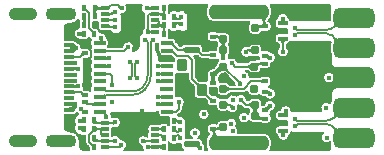
<source format=gtl>
G04 Layer: TopLayer*
G04 EasyEDA Pro v2.2.20.32, 2024-06-04 01:45:36*
G04 Gerber Generator version 0.3*
G04 Scale: 100 percent, Rotated: No, Reflected: No*
G04 Dimensions in millimeters*
G04 Leading zeros omitted, absolute positions, 3 integers and 5 decimals*
%FSLAX35Y35*%
%MOMM*%
%AMRoundRect*1,1,$1,$2,$3*1,1,$1,$4,$5*1,1,$1,0-$2,0-$3*1,1,$1,0-$4,0-$5*20,1,$1,$2,$3,$4,$5,0*20,1,$1,$4,$5,0-$2,0-$3,0*20,1,$1,0-$2,0-$3,0-$4,0-$5,0*20,1,$1,0-$4,0-$5,$2,$3,0*4,1,4,$2,$3,$4,$5,0-$2,0-$3,0-$4,0-$5,$2,$3,0*%
%ADD8191C,0.2032*%
%ADD10RoundRect,0.726X-2.137X0.242X2.137X0.242*%
%ADD11RoundRect,0.063X0.4185X0.1185X0.4185X-0.1185*%
%ADD12O,2.59999X1.1*%
%ADD13O,2.4X1.1*%
%ADD14RoundRect,1.02X-1.24X-0.34X-1.24X0.34*%
%ADD15RoundRect,0.14X-0.2X-0.105X-0.2X0.105*%
%ADD16RoundRect,0.1431X-0.105X0.2X0.105X0.2*%
%ADD17RoundRect,0.14X-0.105X0.2X0.105X0.2*%
%ADD18RoundRect,0.14X0.105X-0.2X-0.105X-0.2*%
%ADD19RoundRect,0.14X0.2X0.105X0.2X-0.105*%
%ADD20RoundRect,0.105X-0.5975X-0.1975X-0.5975X0.1975*%
%ADD21RoundRect,0.126X0.237X-0.237X-0.237X-0.237*%
%ADD22RoundRect,0.0525X-0.32375X-0.09875X-0.32375X0.09875*%
%ADD23RoundRect,0.0525X0.32375X0.09875X0.32375X-0.09875*%
%ADD24RoundRect,0.063X0.4685X0.1185X0.4685X-0.1185*%
%ADD25RoundRect,0.168X-0.316X-0.416X-0.316X0.416*%
%ADD26RoundRect,0.126X-0.237X0.237X0.237X0.237*%
%ADD27RoundRect,0.126X0.237X-0.237X-0.237X-0.237*%
%ADD28RoundRect,0.0735X-0.36325X0.13825X0.36325X0.13825*%
%ADD29RoundRect,0.0735X0.36325X-0.13825X-0.36325X-0.13825*%
%ADD30RoundRect,0.0735X-0.13825X0.21325X0.13825X0.21325*%
%ADD31C,0.4*%
%ADD32C,0.374*%
%ADD33C,0.45*%
%ADD34C,0.172*%
%ADD35C,0.127*%
%ADD36C,0.3*%
G75*


G04 Copper Start*
G36*
G01X-1001741Y425006D02*
G02X-972161Y454585I29580J0D01*
G01X-954998Y454585D01*
G03X-885273Y490665I0J85414D01*
G03X-880338Y480281I30247J8009D01*
G03X-883394Y466060I31558J-14221D01*
G01X-883394Y426059D01*
G03X-882622Y418790I34614J0D01*
G03X-927038Y361374I5124J-49852D01*
G03X-867510Y319830I49540J7565D01*
G03X-848780Y314324I18730J29109D01*
G01X-827780Y314324D01*
G03X-794998Y337825I0J34614D01*
G03X-780646Y319638I32782J11113D01*
G03X-784710Y304356I26700J-15282D01*
G01X-784710Y280656D01*
G03X-776750Y260007I30764J0D01*
G03X-784710Y239358I22804J-20649D01*
G01X-784710Y237165D01*
G03X-811059Y249332I-26349J-22447D01*
G01X-851059Y249332D01*
G03X-859917Y248179I0J-34614D01*
G03X-869360Y279325I-50081J1820D01*
G03X-895942Y298102I-40638J-29325D01*
G02X-897563Y300155I169610J135563D01*
G03X-925304Y317620I-27741J-13299D01*
G01X-1001741Y317620D01*
G01X-1001741Y425006D01*
G37*
G36*
G01X-959998Y-454585D02*
G01X-964998Y-454585D01*
G02X-1001741Y-417842I0J36743D01*
G01X-1001741Y-317620D01*
G01X-925304Y-317620D01*
G03X-898618Y-302163I0J30764D01*
G03X-887970Y-309539I33620J37164D01*
G03X-914313Y-338916I5028J-31009D01*
G03X-925108Y-369318I39315J-31077D01*
G03X-915136Y-399999I50110J-675D01*
G03X-925107Y-430735I40138J-30007D01*
G03X-914246Y-461167I50109J729D01*
G03X-912969Y-467779I31305J2619D01*
G03X-959998Y-454585I-47030J-77220D01*
G37*
G36*
G01X-796416Y-614186D02*
G01X-844840Y-614186D01*
G02X-869584Y-584999I4841J29187D01*
G01X-869584Y-544999D01*
G03X-888673Y-489434I-90414J0D01*
G03X-882942Y-489962I5732J30887D01*
G01X-863858Y-489962D01*
G03X-848786Y-493415I15071J31161D01*
G01X-828963Y-493415D01*
G01X-828963Y-545525D01*
G03X-819015Y-569541I33964J0D01*
G01X-797440Y-591116D01*
G02X-796837Y-593751I-5459J-2635D01*
G01X-796837Y-608801D01*
G03X-796416Y-614186I34614J0D01*
G37*
G36*
G01X-834584Y-85000D02*
G01X-834584Y140000D01*
G03X-839854Y157111I-30414J0D01*
G01X-838464Y158501D01*
G02X-835829Y159104I2635J-5459D01*
G01X-811059Y159104D01*
G03X-784710Y171271I0J34614D01*
G01X-784710Y150659D01*
G03X-776750Y130010I30764J0D01*
G03X-784710Y109361I22804J-20649D01*
G01X-784710Y85661D01*
G03X-776738Y64999I30764J0D01*
G03X-784710Y44337I22793J-20662D01*
G01X-784710Y20637D01*
G03X-776750Y-13I30764J0D01*
G03X-784710Y-20662I22804J-20649D01*
G01X-784710Y-44362D01*
G03X-776750Y-65011I30764J0D01*
G03X-784710Y-85661I22804J-20649D01*
G01X-784710Y-109361D01*
G03X-783999Y-115933I30764J0D01*
G03X-808601Y-105669I-24601J-24350D01*
G01X-834265Y-105669D01*
G02X-836899Y-105066I0J6062D01*
G01X-838865Y-103101D01*
G03X-834584Y-85000I-36134J18101D01*
G37*
G36*
G01X-734971Y467385D02*
G03X-723123Y469715I0J31289D01*
G03X-719553Y459993I29751J5409D01*
G03X-723611Y444861I26181J-15131D01*
G01X-723611Y425111D01*
G03X-722825Y418263I30239J0D01*
G03X-741217Y423553I-18391J-29324D01*
G01X-751864Y423553D01*
G02X-756799Y428298I118130J127810D01*
G01X-761034Y432533D01*
G01X-761034Y467385D01*
G01X-734971Y467385D01*
G37*
G36*
G01X-475795Y561388D02*
G03X-479261Y614186I-44204J23610D01*
G01X-349307Y614186D01*
G03X-356948Y571926I40737J-29187D01*
G03X-329061Y539266I48379J13073D01*
G03X-333964Y521688I29062J-17578D01*
G01X-333964Y421849D01*
G03X-348990Y374447I33964J-36849D01*
G03X-376213Y329199I23991J-45247D01*
G01X-376213Y265800D01*
G02X-413376Y228637I-37162J0D01*
G01X-425911Y228637D01*
G03X-447684Y307027I-39088J31362D01*
G03X-515092Y261472I-17315J-47028D01*
G01X-636196Y261472D01*
G03X-629481Y280656I-24050J19185D01*
G01X-629481Y304356D01*
G03X-642675Y329610I-30764J0D01*
G03X-660344Y373437I-49824J5389D01*
G03X-706603Y383087I-32155J-38438D01*
G01X-706603Y388939D01*
G03X-707990Y398640I-34614J0D01*
G03X-693372Y394872I14618J26471D01*
G01X-628622Y394872D01*
G03X-625301Y395073I0J27614D01*
G02X-612859Y395981I15729J-129832D01*
G03X-581844Y369555I31015J4988D01*
G01X-548674Y369555D01*
G03X-517260Y400969I0J31414D01*
G01X-517260Y518969D01*
G03X-521605Y534910I-31414J0D01*
G03X-475795Y561388I1606J50088D01*
G37*
G36*
G01X-340737Y-614186D02*
G01X-497185Y-614186D01*
G03X-477259Y-557256I-27814J41687D01*
G03X-526489Y-522407I-47740J-15243D01*
G03X-554756Y-489142I-48510J-12579D01*
G03X-598383Y-490662I-20243J-45844D01*
G01X-598383Y-475124D01*
G03X-602441Y-459993I-30239J0D01*
G03X-598383Y-444861I-26181J15131D01*
G01X-598383Y-425111D01*
G01X-598392Y-424349D01*
G03X-524955Y-378954I23334J44351D01*
G03X-600221Y-336660I-50103J-1045D01*
G03X-610196Y-300413I-49778J5797D01*
G01X-240000Y-300413D01*
G03X-210517Y-287641I0J40414D01*
G01X-210517Y-304356D01*
G03X-179753Y-335120I30764J0D01*
G01X-120058Y-335120D01*
G03X-121832Y-346060I32840J-10939D01*
G01X-121832Y-386060D01*
G03X-117679Y-402499I34614J0D01*
G03X-120000Y-407825I30461J-16439D01*
G03X-152781Y-384324I-32782J-11113D01*
G01X-173781Y-384324D01*
G03X-199465Y-395733I0J-34614D01*
G03X-206626Y-394872I-7162J-29379D01*
G01X-271376Y-394872D01*
G03X-301615Y-425111I0J-30239D01*
G01X-301615Y-444861D01*
G03X-297557Y-459993I30239J0D01*
G03X-301615Y-475124I26181J-15131D01*
G01X-301615Y-494874D01*
G03X-301075Y-500568I30239J0D01*
G03X-380641Y-509486I-36425J-34419D01*
G03X-350091Y-583493I43141J-25500D01*
G03X-340737Y-614186I50092J-1506D01*
G37*
G36*
G01X-179753Y184894D02*
G01X-104959Y184894D01*
G02X-102324Y184291I0J-6062D01*
G01X-79016Y160983D01*
G03X-73550Y156549I24016J24016D01*
G03X-74471Y148457I35093J-8092D01*
G01X-74471Y137861D01*
G03X-86053Y140125I-11582J-28501D01*
G01X-179753Y140125D01*
G03X-187203Y139209I0J-30764D01*
G03X-199586Y145195I-27797J-41698D01*
G01X-199586Y192140D01*
G03X-179753Y184894I19833J23518D01*
G37*
G36*
G01X539Y-614186D02*
G01X-118262Y-614186D01*
G03X-118007Y-609998I-34360J4188D01*
G01X-118007Y-569997D01*
G03X-123154Y-551837I-34614J0D01*
G03X-120000Y-545052I-29628J17898D01*
G03X-87218Y-568553I32782J11113D01*
G01X-66218Y-568553D01*
G03X-47495Y-563052I0J34614D01*
G03X-35445Y-565455I12050J29011D01*
G01X-17614Y-565455D01*
G01X-17614Y-584798D01*
G03X539Y-614186I32864J0D01*
G37*
G36*
G01X204702Y-614186D02*
G01X186295Y-614186D01*
G03X167614Y-553179I-46296J19187D01*
G01X167614Y-545298D01*
G03X134750Y-512434I-32864J0D01*
G01X128098Y-512434D01*
G03X101439Y-419885I-26659J42435D01*
G03X74781Y-512434I0J-50114D01*
G01X29139Y-512434D01*
G01X29139Y-416041D01*
G03X21683Y-395723I-31414J0D01*
G03X13468Y-345380I-46683J18224D01*
G03X-34602Y-328313I-38468J-32119D01*
G01X-36310Y-328634D01*
G03X-43048Y-320344I-29908J-17426D01*
G03X-38491Y-316523I-19459J27837D01*
G01X-11959Y-289992D01*
G03X-1036Y-264999I-23040J24954D01*
G01X-1036Y-241849D01*
G03X6898Y-177504I-33964J36849D01*
G03X-55289Y-159176I-41898J-27495D01*
G01X-55289Y-150659D01*
G03X-63249Y-130010I-30764J0D01*
G03X-55289Y-109361I-22804J20649D01*
G01X-55289Y-85661D01*
G03X-63249Y-65011I-30764J0D01*
G03X-55289Y-44362I-22804J20649D01*
G01X-55289Y-20662D01*
G03X-63249Y-13I-30764J0D01*
G03X-55289Y20637I-22804J20649D01*
G01X-55289Y33418D01*
G03X-38457Y29242I16832J31839D01*
G01X24743Y29242D01*
G03X41036Y33139I0J36014D01*
G01X41036Y-10002D01*
G03X50984Y-34018I33964J0D01*
G01X89922Y-72956D01*
G02X90524Y-75591I-5459J-2635D01*
G01X90524Y-144741D01*
G03X126539Y-180755I36014J0D01*
G01X180939Y-180755D01*
G02X185205Y-184615I-36585J-44711D01*
G01X199784Y-199195D01*
G02X200387Y-201830I-5459J-2635D01*
G01X200387Y-207379D01*
G03X235001Y-241993I34614J0D01*
G01X275001Y-241993D01*
G03X282384Y-241197I0J34614D01*
G01X282384Y-253703D01*
G03X316298Y-287617I33914J0D01*
G01X363698Y-287617D01*
G03X379078Y-283929I0J33914D01*
G03X445251Y-298287I40921J28930D01*
G03X465323Y-233618I-25252J43287D01*
G03X486003Y-239954I24676J43618D01*
G01X489146Y-240362D01*
G01X504395Y-255611D01*
G03X530003Y-266218I25607J25607D01*
G01X554200Y-266218D01*
G01X554795Y-266256D01*
G03X562138Y-277501I31506J12553D01*
G03X552386Y-301299I24162J-23798D01*
G01X552386Y-306628D01*
G03X465065Y-344244I-37387J-33371D01*
G03X557483Y-366580I49934J4245D01*
G03X586300Y-382613I28817J17881D01*
G01X626006Y-382613D01*
G03X631879Y-383093I5873J35735D01*
G01X642201Y-383093D01*
G02X652210Y-383430I0J-148514D01*
G03X675001Y-391993I22791J26052D01*
G01X715002Y-391993D01*
G03X749616Y-357379I0J34614D01*
G01X749616Y-336379D01*
G03X736950Y-309613I-34614J0D01*
G03X748394Y-287047I-23059J25879D01*
G03X770210Y-202307I-12758J48463D01*
G03X686616Y-228167I-34575J-36277D01*
G01X673938Y-228167D01*
G03X667614Y-228750I0J-34614D01*
G01X667614Y-206303D01*
G03X633700Y-172389I-33914J0D01*
G01X586300Y-172389D01*
G03X554795Y-193751I0J-33914D01*
G01X554200Y-193789D01*
G01X545003Y-193789D01*
G01X540361Y-189147D01*
G01X539954Y-186003D01*
G03X454475Y-154652I-49955J-3996D01*
G03X408602Y-142222I-34476J-36371D01*
G03X372980Y-173684I11397J-48801D01*
G03X363698Y-172389I-9282J-32619D01*
G01X316298Y-172389D01*
G03X307185Y-173637I0J-33914D01*
G03X275001Y-151765I-32183J-12742D01*
G01X250452Y-151765D01*
G02X247817Y-151162I0J6062D01*
G01X226355Y-129701D01*
G02X225753Y-127066I5459J2635D01*
G01X225753Y-88234D01*
G03X235000Y-89492I9248J33356D01*
G01X275001Y-89492D01*
G03X284875Y-88054I0J34614D01*
G01X284875Y-120559D01*
G03X318789Y-154473I33914J0D01*
G01X366189Y-154473D01*
G03X397695Y-133112I0J33914D01*
G01X398289Y-133073D01*
G01X512541Y-133073D01*
G03X538149Y-122466I0J36214D01*
G01X544895Y-115720D01*
G01X544895Y-120559D01*
G03X578809Y-154473I33914J0D01*
G01X626209Y-154473D01*
G03X645235Y-148633I0J33914D01*
G03X673594Y-163400I28359J19848D01*
G01X694596Y-163400D01*
G03X780074Y-163934I42902J25901D01*
G03X741685Y-87560I-42575J26435D01*
G03X724708Y-75004I-28090J-20226D01*
G03X748209Y-42223I-11113J32782D01*
G01X748209Y-21223D01*
G03X713594Y13392I-34614J0D01*
G01X673594Y13392D01*
G03X650803Y4829I0J-34614D01*
G02X640794Y4492I-10009J148176D01*
G01X577678Y4492D01*
G03X564470Y1997I0J-36214D01*
G03X558347Y35148I-49471J8003D01*
G03X532608Y56919I-43348J-25148D01*
G01X546709Y56919D01*
G01X547304Y56880D01*
G03X578809Y35519I31506J12553D01*
G01X626209Y35519D01*
G03X660123Y69433I0J33914D01*
G01X660123Y75709D01*
G03X673143Y73167I13020J32072D01*
G01X713143Y73167D01*
G03X747757Y107781I0J34614D01*
G01X747757Y118447D01*
G03X787529Y170383I-10260J49053D01*
G03X742055Y217407I-50031J-2883D01*
G03X713938Y231832I-28117J-20189D01*
G01X673938Y231832D01*
G03X667614Y231249I0J-34614D01*
G01X667614Y253703D01*
G03X633700Y287617I-33914J0D01*
G01X586300Y287617D01*
G03X554475Y265421I0J-33914D01*
G01X541844Y267145D01*
G03X486747Y203968I-6845J-49645D01*
G03X566661Y178654I48253J13532D01*
G03X586300Y172389I19639J27649D01*
G01X633700Y172389D01*
G03X639485Y172886I0J33914D01*
G03X646873Y154639I34453J3332D01*
G02X640343Y154496I-6531J148370D01*
G01X628280Y154496D01*
G03X612235Y150747I0J-36214D01*
G01X578809Y150747D01*
G03X547304Y129385I0J-33914D01*
G01X546709Y129347D01*
G01X464234Y129347D01*
G03X389944Y163401I-49235J-9347D01*
G03X387824Y182469I-49946J4098D01*
G03X397612Y206303I-24126J23835D01*
G01X397612Y253703D01*
G03X387860Y277501I-33914J0D01*
G03X397612Y301299I-24162J23798D01*
G01X397612Y348699D01*
G03X363698Y382613I-33914J0D01*
G01X323985Y382613D01*
G03X318120Y383092I-5865J-35736D01*
G01X307799Y383092D01*
G02X297790Y383429I0J148514D01*
G03X274998Y391991I-22791J-26052D01*
G01X234998Y391991D01*
G03X200384Y357377I0J-34614D01*
G01X200384Y336377D01*
G03X234998Y301763I34614J0D01*
G01X274998Y301763D01*
G03X282384Y302560I0J34614D01*
G01X282384Y301299D01*
G03X292136Y277501I33914J0D01*
G03X282384Y253703I24162J-23798D01*
G01X282384Y236170D01*
G03X275644Y236832I-6740J-33952D01*
G01X235644Y236832D01*
G03X210206Y225692I0J-34614D01*
G01X209594Y225682D01*
G01X172350Y225682D01*
G01X168217Y229815D01*
G02X167614Y232450I5459J2635D01*
G01X167614Y254700D01*
G03X134750Y287564I-32864J0D01*
G01X15250Y287564D01*
G03X-14381Y268914I0J-32864D01*
G01X-26278Y268914D01*
G01X-54686Y297322D01*
G02X-55289Y299957I5459J2635D01*
G01X-55289Y304356D01*
G03X-86053Y335120I-30764J0D01*
G01X-120217Y335120D01*
G03X-118167Y346855I-32565J11734D01*
G01X-118167Y386855D01*
G03X-122687Y403957I-34614J0D01*
G03X-120000Y409946I-30094J17102D01*
G03X-87218Y386445I32782J11113D01*
G01X-66218Y386445D01*
G03X-40401Y398003I0J34614D01*
G03X-19000Y389586I21401J22997D01*
G01X14170Y389586D01*
G03X45584Y421000I0J31414D01*
G01X45584Y539000D01*
G03X14170Y570414I-31414J0D01*
G01X-19000Y570414D01*
G03X-41808Y560601I0J-31414D01*
G03X-66218Y570674I-24410J-24542D01*
G01X-87218Y570674D01*
G03X-120000Y547173I0J-34614D01*
G03X-121780Y551457I-32782J-11113D01*
G03X-118167Y566854I-31001J15397D01*
G01X-118167Y606855D01*
G03X-118953Y614186I-34614J0D01*
G01X205129Y614186D01*
G03X195394Y580279I54179J-33907D01*
G01X195394Y531879D01*
G03X259308Y467965I63914J0D01*
G01X562612Y467965D01*
G03X552386Y443695I23688J-24270D01*
G01X552386Y396295D01*
G03X586300Y362381I33914J0D01*
G01X633700Y362381D01*
G03X666883Y389293I0J33914D01*
G03X674999Y388328I8116J33649D01*
G01X714999Y388328D01*
G03X749613Y422942I0J34614D01*
G01X749613Y443942D01*
G03X722190Y477801I-34614J0D01*
G01X723251Y479443D01*
G03X750622Y531879I-36543J52437D01*
G01X750622Y580279D01*
G03X740887Y614186I-63914J0D01*
G01X1238228Y614186D01*
G02X1246926Y602754I-3167J-11435D01*
G01X1246855Y509012D01*
G03X1247086Y501596I119427J0D01*
G01X1247086Y486197D01*
G01X925782Y486197D01*
G03X910687Y483661I0J-46198D01*
G03X894557Y502053I-29717J-9794D01*
G03X794734Y502053I-49912J-4500D01*
G03X777031Y473867I13587J-28185D01*
G01X777031Y446217D01*
G03X808320Y414928I31289J0D01*
G01X879584Y414928D01*
G01X879584Y375157D01*
G01X809021Y375157D01*
G03X777732Y343867I0J-31289D01*
G01X777732Y316218D01*
G03X809132Y284928I31374J85D01*
G01X809132Y255008D01*
G01X807197Y252497D01*
G03X845346Y169885I38149J-32497D01*
G03X883495Y252497I0J50114D01*
G01X881560Y255008D01*
G01X881560Y284928D01*
G03X911229Y306023I26J31374D01*
G03X923078Y304378I11850J41849D01*
G01X1248811Y304378D01*
G03X1247086Y288000I76889J-16378D01*
G01X1247086Y220000D01*
G03X1249647Y200095I78614J0D01*
G01X1249647Y125006D01*
G03X1295063Y79590I45416J0D01*
G01X1577577Y79590D01*
G02X1600146Y71212I0J-34588D01*
G01X1600146Y-71212D01*
G02X1577577Y-79590I-22569J26210D01*
G01X1307564Y-79590D01*
G03X1252148Y-135007I0J-55416D01*
G01X1252148Y-192247D01*
G03X1247119Y-217698I73552J-27753D01*
G03X1179385Y-216448I-34548J-36302D01*
G03X1172296Y-283822I33186J-37552D01*
G01X928234Y-283822D01*
G03X920071Y-284549I0J-46198D01*
G03X874843Y-232621I-50072J2048D01*
G03X820468Y-274875I-4844J-49880D01*
G01X811300Y-274875D01*
G03X780011Y-306164I0J-31289D01*
G01X780011Y-333814D01*
G03X811300Y-365103I31289J0D01*
G01X882036Y-365103D01*
G01X882036Y-404875D01*
G01X812001Y-404875D01*
G03X780712Y-436164I0J-31289D01*
G01X780712Y-463814D01*
G03X798414Y-491999I31289J0D01*
G03X848326Y-537613I49912J4500D01*
G03X898237Y-491999I0J50114D01*
G03X915931Y-464568I-13587J28185D01*
G03X925530Y-465640I9599J42422D01*
G01X1188293Y-465640D01*
G03X1174452Y-537352I26778J-42360D01*
G03X1246884Y-546722I40619J29352D01*
G01X1246926Y-602754D01*
G02X1238228Y-614186I-11866J3D01*
G01X739368Y-614186D01*
G03X749649Y-579422I-53633J34764D01*
G01X749649Y-531022D01*
G03X685735Y-467108I-63914J0D01*
G01X468921Y-467108D01*
G03X450192Y-416243I-48922J10867D01*
G03X434405Y-347721I-42693J26244D01*
G03X365645Y-362437I-26906J-42279D01*
G01X363698Y-362381D01*
G01X316298Y-362381D01*
G03X283115Y-389292I0J-33914D01*
G03X275001Y-388328I-8113J-33650D01*
G01X235001Y-388328D01*
G03X200387Y-422942I0J-34614D01*
G01X200387Y-443942D01*
G03X224367Y-476882I34614J0D01*
G03X194421Y-531022I33969J-54140D01*
G01X194421Y-579422D01*
G03X204702Y-614186I63914J0D01*
G37*
%LPC*%
G36*
G01X124884Y-311031D02*
G03X225113Y-311031I50114J0D01*
G03X124884Y-311031I-50114J0D01*
G37*
G36*
G01X1184883Y0D02*
G03X1285112Y0I50114J0D01*
G03X1184883Y0I-50114J0D01*
G37*
%LPD*%
G36*
G01X108964Y150000D02*
G03X99016Y174016I-33964J0D01*
G01X90696Y182336D01*
G01X117599Y182336D01*
G02X120233Y181733I0J-6062D01*
G01X134265Y167702D01*
G03X158281Y157754I24016J24016D01*
G01X209594Y157754D01*
G01X210206Y157744D01*
G03X235644Y146604I25438J23474D01*
G01X275644Y146604D01*
G03X292653Y151071I0J34614D01*
G03X296584Y142467I47345J16428D01*
G03X284931Y118782I22205J-25634D01*
G02X272598Y93085I-42733J4702D01*
G01X262041Y82528D01*
G02X236536Y71689I-26184J26184D01*
G03X202239Y37076I318J-34613D01*
G01X202239Y16076D01*
G03X205615Y1165I34614J0D01*
G03X205577Y-15646I49385J-8517D01*
G03X201010Y-27336I29423J-18233D01*
G03X189739Y-25526I-11272J-34205D01*
G01X140589Y-25526D01*
G02X137954Y-24924I0J6062D01*
G01X108964Y4067D01*
G01X108964Y150000D01*
G37*
G36*
G01X309656Y5023D02*
G02X326832Y26592I153510J-104620D01*
G02X351535Y35331I29112J-43009D01*
G01X352673Y34916D01*
G01X434954Y-47364D01*
G01X434935Y-48306D01*
G03X435910Y-60645I50064J-2253D01*
G01X398289Y-60645D01*
G01X397695Y-60607D01*
G03X366189Y-39245I-31506J-12553D01*
G01X318789Y-39245D01*
G03X309615Y-40510I0J-33914D01*
G01X309615Y-33878D01*
G03X304424Y-15646I-34614J0D01*
G03X305007Y-4062I-49423J8294D01*
G03X309656Y5023I-28153J20138D01*
G37*
G54D8191*
G01X-1001741Y425006D02*
G02X-972161Y454585I29580J0D01*
G01X-954998Y454585D01*
G03X-885273Y490665I0J85414D01*
G03X-880338Y480281I30247J8009D01*
G03X-883394Y466060I31558J-14221D01*
G01X-883394Y426059D01*
G03X-882622Y418790I34614J0D01*
G03X-927038Y361374I5124J-49852D01*
G03X-867510Y319830I49540J7565D01*
G03X-848780Y314324I18730J29109D01*
G01X-827780Y314324D01*
G03X-794998Y337825I0J34614D01*
G03X-780646Y319638I32782J11113D01*
G03X-784710Y304356I26700J-15282D01*
G01X-784710Y280656D01*
G03X-776750Y260007I30764J0D01*
G03X-784710Y239358I22804J-20649D01*
G01X-784710Y237165D01*
G03X-811059Y249332I-26349J-22447D01*
G01X-851059Y249332D01*
G03X-859917Y248179I0J-34614D01*
G03X-869360Y279325I-50081J1820D01*
G03X-895942Y298102I-40638J-29325D01*
G02X-897563Y300155I169610J135563D01*
G03X-925304Y317620I-27741J-13299D01*
G01X-1001741Y317620D01*
G01X-1001741Y425006D01*
G01X-959998Y-454585D02*
G01X-964998Y-454585D01*
G02X-1001741Y-417842I0J36743D01*
G01X-1001741Y-317620D01*
G01X-925304Y-317620D01*
G03X-898618Y-302163I0J30764D01*
G03X-887970Y-309539I33620J37164D01*
G03X-914313Y-338916I5028J-31009D01*
G03X-925108Y-369318I39315J-31077D01*
G03X-915136Y-399999I50110J-675D01*
G03X-925107Y-430735I40138J-30007D01*
G03X-914246Y-461167I50109J729D01*
G03X-912969Y-467779I31305J2619D01*
G03X-959998Y-454585I-47030J-77220D01*
G01X-796416Y-614186D02*
G01X-844840Y-614186D01*
G02X-869584Y-584999I4841J29187D01*
G01X-869584Y-544999D01*
G03X-888673Y-489434I-90414J0D01*
G03X-882942Y-489962I5732J30887D01*
G01X-863858Y-489962D01*
G03X-848786Y-493415I15071J31161D01*
G01X-828963Y-493415D01*
G01X-828963Y-545525D01*
G03X-819015Y-569541I33964J0D01*
G01X-797440Y-591116D01*
G02X-796837Y-593751I-5459J-2635D01*
G01X-796837Y-608801D01*
G03X-796416Y-614186I34614J0D01*
G01X-834584Y-85000D02*
G01X-834584Y140000D01*
G03X-839854Y157111I-30414J0D01*
G01X-838464Y158501D01*
G02X-835829Y159104I2635J-5459D01*
G01X-811059Y159104D01*
G03X-784710Y171271I0J34614D01*
G01X-784710Y150659D01*
G03X-776750Y130010I30764J0D01*
G03X-784710Y109361I22804J-20649D01*
G01X-784710Y85661D01*
G03X-776738Y64999I30764J0D01*
G03X-784710Y44337I22793J-20662D01*
G01X-784710Y20637D01*
G03X-776750Y-13I30764J0D01*
G03X-784710Y-20662I22804J-20649D01*
G01X-784710Y-44362D01*
G03X-776750Y-65011I30764J0D01*
G03X-784710Y-85661I22804J-20649D01*
G01X-784710Y-109361D01*
G03X-783999Y-115933I30764J0D01*
G03X-808601Y-105669I-24601J-24350D01*
G01X-834265Y-105669D01*
G02X-836899Y-105066I0J6062D01*
G01X-838865Y-103101D01*
G03X-834584Y-85000I-36134J18101D01*
G01X-734971Y467385D02*
G03X-723123Y469715I0J31289D01*
G03X-719553Y459993I29751J5409D01*
G03X-723611Y444861I26181J-15131D01*
G01X-723611Y425111D01*
G03X-722825Y418263I30239J0D01*
G03X-741217Y423553I-18391J-29324D01*
G01X-751864Y423553D01*
G02X-756799Y428298I118130J127810D01*
G01X-761034Y432533D01*
G01X-761034Y467385D01*
G01X-734971Y467385D01*
G01X-475795Y561388D02*
G03X-479261Y614186I-44204J23610D01*
G01X-349307Y614186D01*
G03X-356948Y571926I40737J-29187D01*
G03X-329061Y539266I48379J13073D01*
G03X-333964Y521688I29062J-17578D01*
G01X-333964Y421849D01*
G03X-348990Y374447I33964J-36849D01*
G03X-376213Y329199I23991J-45247D01*
G01X-376213Y265800D01*
G02X-413376Y228637I-37162J0D01*
G01X-425911Y228637D01*
G03X-447684Y307027I-39088J31362D01*
G03X-515092Y261472I-17315J-47028D01*
G01X-636196Y261472D01*
G03X-629481Y280656I-24050J19185D01*
G01X-629481Y304356D01*
G03X-642675Y329610I-30764J0D01*
G03X-660344Y373437I-49824J5389D01*
G03X-706603Y383087I-32155J-38438D01*
G01X-706603Y388939D01*
G03X-707990Y398640I-34614J0D01*
G03X-693372Y394872I14618J26471D01*
G01X-628622Y394872D01*
G03X-625301Y395073I0J27614D01*
G02X-612859Y395981I15729J-129832D01*
G03X-581844Y369555I31015J4988D01*
G01X-548674Y369555D01*
G03X-517260Y400969I0J31414D01*
G01X-517260Y518969D01*
G03X-521605Y534910I-31414J0D01*
G03X-475795Y561388I1606J50088D01*
G01X-340737Y-614186D02*
G01X-497185Y-614186D01*
G03X-477259Y-557256I-27814J41687D01*
G03X-526489Y-522407I-47740J-15243D01*
G03X-554756Y-489142I-48510J-12579D01*
G03X-598383Y-490662I-20243J-45844D01*
G01X-598383Y-475124D01*
G03X-602441Y-459993I-30239J0D01*
G03X-598383Y-444861I-26181J15131D01*
G01X-598383Y-425111D01*
G01X-598392Y-424349D01*
G03X-524955Y-378954I23334J44351D01*
G03X-600221Y-336660I-50103J-1045D01*
G03X-610196Y-300413I-49778J5797D01*
G01X-240000Y-300413D01*
G03X-210517Y-287641I0J40414D01*
G01X-210517Y-304356D01*
G03X-179753Y-335120I30764J0D01*
G01X-120058Y-335120D01*
G03X-121832Y-346060I32840J-10939D01*
G01X-121832Y-386060D01*
G03X-117679Y-402499I34614J0D01*
G03X-120000Y-407825I30461J-16439D01*
G03X-152781Y-384324I-32782J-11113D01*
G01X-173781Y-384324D01*
G03X-199465Y-395733I0J-34614D01*
G03X-206626Y-394872I-7162J-29379D01*
G01X-271376Y-394872D01*
G03X-301615Y-425111I0J-30239D01*
G01X-301615Y-444861D01*
G03X-297557Y-459993I30239J0D01*
G03X-301615Y-475124I26181J-15131D01*
G01X-301615Y-494874D01*
G03X-301075Y-500568I30239J0D01*
G03X-380641Y-509486I-36425J-34419D01*
G03X-350091Y-583493I43141J-25500D01*
G03X-340737Y-614186I50092J-1506D01*
G01X-179753Y184894D02*
G01X-104959Y184894D01*
G02X-102324Y184291I0J-6062D01*
G01X-79016Y160983D01*
G03X-73550Y156549I24016J24016D01*
G03X-74471Y148457I35093J-8092D01*
G01X-74471Y137861D01*
G03X-86053Y140125I-11582J-28501D01*
G01X-179753Y140125D01*
G03X-187203Y139209I0J-30764D01*
G03X-199586Y145195I-27797J-41698D01*
G01X-199586Y192140D01*
G03X-179753Y184894I19833J23518D01*
G01X539Y-614186D02*
G01X-118262Y-614186D01*
G03X-118007Y-609998I-34360J4188D01*
G01X-118007Y-569997D01*
G03X-123154Y-551837I-34614J0D01*
G03X-120000Y-545052I-29628J17898D01*
G03X-87218Y-568553I32782J11113D01*
G01X-66218Y-568553D01*
G03X-47495Y-563052I0J34614D01*
G03X-35445Y-565455I12050J29011D01*
G01X-17614Y-565455D01*
G01X-17614Y-584798D01*
G03X539Y-614186I32864J0D01*
G01X204702Y-614186D02*
G01X186295Y-614186D01*
G03X167614Y-553179I-46296J19187D01*
G01X167614Y-545298D01*
G03X134750Y-512434I-32864J0D01*
G01X128098Y-512434D01*
G03X101439Y-419885I-26659J42435D01*
G03X74781Y-512434I0J-50114D01*
G01X29139Y-512434D01*
G01X29139Y-416041D01*
G03X21683Y-395723I-31414J0D01*
G03X13468Y-345380I-46683J18224D01*
G03X-34602Y-328313I-38468J-32119D01*
G01X-36310Y-328634D01*
G03X-43048Y-320344I-29908J-17426D01*
G03X-38491Y-316523I-19459J27837D01*
G01X-11959Y-289992D01*
G03X-1036Y-264999I-23040J24954D01*
G01X-1036Y-241849D01*
G03X6898Y-177504I-33964J36849D01*
G03X-55289Y-159176I-41898J-27495D01*
G01X-55289Y-150659D01*
G03X-63249Y-130010I-30764J0D01*
G03X-55289Y-109361I-22804J20649D01*
G01X-55289Y-85661D01*
G03X-63249Y-65011I-30764J0D01*
G03X-55289Y-44362I-22804J20649D01*
G01X-55289Y-20662D01*
G03X-63249Y-13I-30764J0D01*
G03X-55289Y20637I-22804J20649D01*
G01X-55289Y33418D01*
G03X-38457Y29242I16832J31839D01*
G01X24743Y29242D01*
G03X41036Y33139I0J36014D01*
G01X41036Y-10002D01*
G03X50984Y-34018I33964J0D01*
G01X89922Y-72956D01*
G02X90524Y-75591I-5459J-2635D01*
G01X90524Y-144741D01*
G03X126539Y-180755I36014J0D01*
G01X180939Y-180755D01*
G02X185205Y-184615I-36585J-44711D01*
G01X199784Y-199195D01*
G02X200387Y-201830I-5459J-2635D01*
G01X200387Y-207379D01*
G03X235001Y-241993I34614J0D01*
G01X275001Y-241993D01*
G03X282384Y-241197I0J34614D01*
G01X282384Y-253703D01*
G03X316298Y-287617I33914J0D01*
G01X363698Y-287617D01*
G03X379078Y-283929I0J33914D01*
G03X445251Y-298287I40921J28930D01*
G03X465323Y-233618I-25252J43287D01*
G03X486003Y-239954I24676J43618D01*
G01X489146Y-240362D01*
G01X504395Y-255611D01*
G03X530003Y-266218I25607J25607D01*
G01X554200Y-266218D01*
G01X554795Y-266256D01*
G03X562138Y-277501I31506J12553D01*
G03X552386Y-301299I24162J-23798D01*
G01X552386Y-306628D01*
G03X465065Y-344244I-37387J-33371D01*
G03X557483Y-366580I49934J4245D01*
G03X586300Y-382613I28817J17881D01*
G01X626006Y-382613D01*
G03X631879Y-383093I5873J35735D01*
G01X642201Y-383093D01*
G02X652210Y-383430I0J-148514D01*
G03X675001Y-391993I22791J26052D01*
G01X715002Y-391993D01*
G03X749616Y-357379I0J34614D01*
G01X749616Y-336379D01*
G03X736950Y-309613I-34614J0D01*
G03X748394Y-287047I-23059J25879D01*
G03X770210Y-202307I-12758J48463D01*
G03X686616Y-228167I-34575J-36277D01*
G01X673938Y-228167D01*
G03X667614Y-228750I0J-34614D01*
G01X667614Y-206303D01*
G03X633700Y-172389I-33914J0D01*
G01X586300Y-172389D01*
G03X554795Y-193751I0J-33914D01*
G01X554200Y-193789D01*
G01X545003Y-193789D01*
G01X540361Y-189147D01*
G01X539954Y-186003D01*
G03X454475Y-154652I-49955J-3996D01*
G03X408602Y-142222I-34476J-36371D01*
G03X372980Y-173684I11397J-48801D01*
G03X363698Y-172389I-9282J-32619D01*
G01X316298Y-172389D01*
G03X307185Y-173637I0J-33914D01*
G03X275001Y-151765I-32183J-12742D01*
G01X250452Y-151765D01*
G02X247817Y-151162I0J6062D01*
G01X226355Y-129701D01*
G02X225753Y-127066I5459J2635D01*
G01X225753Y-88234D01*
G03X235000Y-89492I9248J33356D01*
G01X275001Y-89492D01*
G03X284875Y-88054I0J34614D01*
G01X284875Y-120559D01*
G03X318789Y-154473I33914J0D01*
G01X366189Y-154473D01*
G03X397695Y-133112I0J33914D01*
G01X398289Y-133073D01*
G01X512541Y-133073D01*
G03X538149Y-122466I0J36214D01*
G01X544895Y-115720D01*
G01X544895Y-120559D01*
G03X578809Y-154473I33914J0D01*
G01X626209Y-154473D01*
G03X645235Y-148633I0J33914D01*
G03X673594Y-163400I28359J19848D01*
G01X694596Y-163400D01*
G03X780074Y-163934I42902J25901D01*
G03X741685Y-87560I-42575J26435D01*
G03X724708Y-75004I-28090J-20226D01*
G03X748209Y-42223I-11113J32782D01*
G01X748209Y-21223D01*
G03X713594Y13392I-34614J0D01*
G01X673594Y13392D01*
G03X650803Y4829I0J-34614D01*
G02X640794Y4492I-10009J148176D01*
G01X577678Y4492D01*
G03X564470Y1997I0J-36214D01*
G03X558347Y35148I-49471J8003D01*
G03X532608Y56919I-43348J-25148D01*
G01X546709Y56919D01*
G01X547304Y56880D01*
G03X578809Y35519I31506J12553D01*
G01X626209Y35519D01*
G03X660123Y69433I0J33914D01*
G01X660123Y75709D01*
G03X673143Y73167I13020J32072D01*
G01X713143Y73167D01*
G03X747757Y107781I0J34614D01*
G01X747757Y118447D01*
G03X787529Y170383I-10260J49053D01*
G03X742055Y217407I-50031J-2883D01*
G03X713938Y231832I-28117J-20189D01*
G01X673938Y231832D01*
G03X667614Y231249I0J-34614D01*
G01X667614Y253703D01*
G03X633700Y287617I-33914J0D01*
G01X586300Y287617D01*
G03X554475Y265421I0J-33914D01*
G01X541844Y267145D01*
G03X486747Y203968I-6845J-49645D01*
G03X566661Y178654I48253J13532D01*
G03X586300Y172389I19639J27649D01*
G01X633700Y172389D01*
G03X639485Y172886I0J33914D01*
G03X646873Y154639I34453J3332D01*
G02X640343Y154496I-6531J148370D01*
G01X628280Y154496D01*
G03X612235Y150747I0J-36214D01*
G01X578809Y150747D01*
G03X547304Y129385I0J-33914D01*
G01X546709Y129347D01*
G01X464234Y129347D01*
G03X389944Y163401I-49235J-9347D01*
G03X387824Y182469I-49946J4098D01*
G03X397612Y206303I-24126J23835D01*
G01X397612Y253703D01*
G03X387860Y277501I-33914J0D01*
G03X397612Y301299I-24162J23798D01*
G01X397612Y348699D01*
G03X363698Y382613I-33914J0D01*
G01X323985Y382613D01*
G03X318120Y383092I-5865J-35736D01*
G01X307799Y383092D01*
G02X297790Y383429I0J148514D01*
G03X274998Y391991I-22791J-26052D01*
G01X234998Y391991D01*
G03X200384Y357377I0J-34614D01*
G01X200384Y336377D01*
G03X234998Y301763I34614J0D01*
G01X274998Y301763D01*
G03X282384Y302560I0J34614D01*
G01X282384Y301299D01*
G03X292136Y277501I33914J0D01*
G03X282384Y253703I24162J-23798D01*
G01X282384Y236170D01*
G03X275644Y236832I-6740J-33952D01*
G01X235644Y236832D01*
G03X210206Y225692I0J-34614D01*
G01X209594Y225682D01*
G01X172350Y225682D01*
G01X168217Y229815D01*
G02X167614Y232450I5459J2635D01*
G01X167614Y254700D01*
G03X134750Y287564I-32864J0D01*
G01X15250Y287564D01*
G03X-14381Y268914I0J-32864D01*
G01X-26278Y268914D01*
G01X-54686Y297322D01*
G02X-55289Y299957I5459J2635D01*
G01X-55289Y304356D01*
G03X-86053Y335120I-30764J0D01*
G01X-120217Y335120D01*
G03X-118167Y346855I-32565J11734D01*
G01X-118167Y386855D01*
G03X-122687Y403957I-34614J0D01*
G03X-120000Y409946I-30094J17102D01*
G03X-87218Y386445I32782J11113D01*
G01X-66218Y386445D01*
G03X-40401Y398003I0J34614D01*
G03X-19000Y389586I21401J22997D01*
G01X14170Y389586D01*
G03X45584Y421000I0J31414D01*
G01X45584Y539000D01*
G03X14170Y570414I-31414J0D01*
G01X-19000Y570414D01*
G03X-41808Y560601I0J-31414D01*
G03X-66218Y570674I-24410J-24542D01*
G01X-87218Y570674D01*
G03X-120000Y547173I0J-34614D01*
G03X-121780Y551457I-32782J-11113D01*
G03X-118167Y566854I-31001J15397D01*
G01X-118167Y606855D01*
G03X-118953Y614186I-34614J0D01*
G01X205129Y614186D01*
G03X195394Y580279I54179J-33907D01*
G01X195394Y531879D01*
G03X259308Y467965I63914J0D01*
G01X562612Y467965D01*
G03X552386Y443695I23688J-24270D01*
G01X552386Y396295D01*
G03X586300Y362381I33914J0D01*
G01X633700Y362381D01*
G03X666883Y389293I0J33914D01*
G03X674999Y388328I8116J33649D01*
G01X714999Y388328D01*
G03X749613Y422942I0J34614D01*
G01X749613Y443942D01*
G03X722190Y477801I-34614J0D01*
G01X723251Y479443D01*
G03X750622Y531879I-36543J52437D01*
G01X750622Y580279D01*
G03X740887Y614186I-63914J0D01*
G01X1238228Y614186D01*
G02X1246926Y602754I-3167J-11435D01*
G01X1246855Y509012D01*
G03X1247086Y501596I119427J0D01*
G01X1247086Y486197D01*
G01X925782Y486197D01*
G03X910687Y483661I0J-46198D01*
G03X894557Y502053I-29717J-9794D01*
G03X794734Y502053I-49912J-4500D01*
G03X777031Y473867I13587J-28185D01*
G01X777031Y446217D01*
G03X808320Y414928I31289J0D01*
G01X879584Y414928D01*
G01X879584Y375157D01*
G01X809021Y375157D01*
G03X777732Y343867I0J-31289D01*
G01X777732Y316218D01*
G03X809132Y284928I31374J85D01*
G01X809132Y255008D01*
G01X807197Y252497D01*
G03X845346Y169885I38149J-32497D01*
G03X883495Y252497I0J50114D01*
G01X881560Y255008D01*
G01X881560Y284928D01*
G03X911229Y306023I26J31374D01*
G03X923078Y304378I11850J41849D01*
G01X1248811Y304378D01*
G03X1247086Y288000I76889J-16378D01*
G01X1247086Y220000D01*
G03X1249647Y200095I78614J0D01*
G01X1249647Y125006D01*
G03X1295063Y79590I45416J0D01*
G01X1577577Y79590D01*
G02X1600146Y71212I0J-34588D01*
G01X1600146Y-71212D01*
G02X1577577Y-79590I-22569J26210D01*
G01X1307564Y-79590D01*
G03X1252148Y-135007I0J-55416D01*
G01X1252148Y-192247D01*
G03X1247119Y-217698I73552J-27753D01*
G03X1179385Y-216448I-34548J-36302D01*
G03X1172296Y-283822I33186J-37552D01*
G01X928234Y-283822D01*
G03X920071Y-284549I0J-46198D01*
G03X874843Y-232621I-50072J2048D01*
G03X820468Y-274875I-4844J-49880D01*
G01X811300Y-274875D01*
G03X780011Y-306164I0J-31289D01*
G01X780011Y-333814D01*
G03X811300Y-365103I31289J0D01*
G01X882036Y-365103D01*
G01X882036Y-404875D01*
G01X812001Y-404875D01*
G03X780712Y-436164I0J-31289D01*
G01X780712Y-463814D01*
G03X798414Y-491999I31289J0D01*
G03X848326Y-537613I49912J4500D01*
G03X898237Y-491999I0J50114D01*
G03X915931Y-464568I-13587J28185D01*
G03X925530Y-465640I9599J42422D01*
G01X1188293Y-465640D01*
G03X1174452Y-537352I26778J-42360D01*
G03X1246884Y-546722I40619J29352D01*
G01X1246926Y-602754D01*
G02X1238228Y-614186I-11866J3D01*
G01X739368Y-614186D01*
G03X749649Y-579422I-53633J34764D01*
G01X749649Y-531022D01*
G03X685735Y-467108I-63914J0D01*
G01X468921Y-467108D01*
G03X450192Y-416243I-48922J10867D01*
G03X434405Y-347721I-42693J26244D01*
G03X365645Y-362437I-26906J-42279D01*
G01X363698Y-362381D01*
G01X316298Y-362381D01*
G03X283115Y-389292I0J-33914D01*
G03X275001Y-388328I-8113J-33650D01*
G01X235001Y-388328D01*
G03X200387Y-422942I0J-34614D01*
G01X200387Y-443942D01*
G03X224367Y-476882I34614J0D01*
G03X194421Y-531022I33969J-54140D01*
G01X194421Y-579422D01*
G03X204702Y-614186I63914J0D01*
G01X124884Y-311031D02*
G03X225113Y-311031I50114J0D01*
G03X124884Y-311031I-50114J0D01*
G01X1184883Y0D02*
G03X1285112Y0I50114J0D01*
G03X1184883Y0I-50114J0D01*
G01X108964Y150000D02*
G03X99016Y174016I-33964J0D01*
G01X90696Y182336D01*
G01X117599Y182336D01*
G02X120233Y181733I0J-6062D01*
G01X134265Y167702D01*
G03X158281Y157754I24016J24016D01*
G01X209594Y157754D01*
G01X210206Y157744D01*
G03X235644Y146604I25438J23474D01*
G01X275644Y146604D01*
G03X292653Y151071I0J34614D01*
G03X296584Y142467I47345J16428D01*
G03X284931Y118782I22205J-25634D01*
G02X272598Y93085I-42733J4702D01*
G01X262041Y82528D01*
G02X236536Y71689I-26184J26184D01*
G03X202239Y37076I318J-34613D01*
G01X202239Y16076D01*
G03X205615Y1165I34614J0D01*
G03X205577Y-15646I49385J-8517D01*
G03X201010Y-27336I29423J-18233D01*
G03X189739Y-25526I-11272J-34205D01*
G01X140589Y-25526D01*
G02X137954Y-24924I0J6062D01*
G01X108964Y4067D01*
G01X108964Y150000D01*
G01X309656Y5023D02*
G02X326832Y26592I153510J-104620D01*
G02X351535Y35331I29112J-43009D01*
G01X352673Y34916D01*
G01X434954Y-47364D01*
G01X434935Y-48306D01*
G03X435910Y-60645I50064J-2253D01*
G01X398289Y-60645D01*
G01X397695Y-60607D01*
G03X366189Y-39245I-31506J-12553D01*
G01X318789Y-39245D01*
G03X309615Y-40510I0J-33914D01*
G01X309615Y-33878D01*
G03X304424Y-15646I-34614J0D01*
G03X305007Y-4062I-49423J8294D01*
G03X309656Y5023I-28153J20138D01*
G04 Copper End*

G04 TearDrop Start*
G36*
G01X694099Y475486D02*
G01X676899Y469779D01*
G03X663999Y495579I-32250J-0D01*
G01X706246Y501286D01*
G03X694099Y475486I21325J-25800D01*
G37*
G36*
G01X255901Y-472232D02*
G01X273102Y-468922D01*
G03X286001Y-494722I32250J-0D01*
G01X243189Y-498033D01*
G03X255901Y-472232I-19825J25801D01*
G37*
G36*
G01X-952154Y324993D02*
G01X-982153Y324993D01*
G03X-1004653Y360006I-38492J0D01*
G01X-929653Y360006D01*
G03X-952154Y324993I15992J-35013D01*
G37*
G36*
G01X-982153Y424993D02*
G01X-952154Y424993D01*
G03X-929653Y390006I38452J0D01*
G01X-1004653Y390006D01*
G03X-982153Y424993I-15952J34987D01*
G37*
G36*
G01X-952154Y375006D02*
G01X-982153Y375006D01*
G03X-1004653Y409993I-38452J0D01*
G01X-929653Y409993D01*
G03X-952154Y375006I15952J-34987D01*
G37*
G36*
G01X-899392Y260606D02*
G01X-925308Y244096D01*
G03X-973037Y260006I-47730J-63640D01*
G01X-922154Y286856D01*
G03X-899392Y260606I195820J146809D01*
G37*
G36*
G01X-903104Y181356D02*
G01X-903104Y168656D01*
G03X-922154Y163156I-0J-35741D01*
G01X-922154Y186856D01*
G03X-903104Y181356I19050J30241D01*
G37*
G36*
G01X-896353Y83606D02*
G01X-896353Y66406D01*
G03X-922154Y63156I0J-104036D01*
G01X-922154Y86856D01*
G03X-896354Y83606I25800J100785D01*
G37*
G36*
G01X-896353Y-66395D02*
G01X-896354Y-83595D01*
G03X-922154Y-86856I16J-103805D01*
G01X-922154Y-63156D01*
G03X-896353Y-66395I25784J101028D01*
G37*
G36*
G01X-935342Y-244096D02*
G01X-904438Y-255618D01*
G03X-922154Y-286856I47686J-47686D01*
G01X-983071Y-260006D01*
G03X-935342Y-244096I0J79549D01*
G37*
G36*
G01X-982153Y-324993D02*
G01X-952154Y-324993D01*
G03X-929653Y-360006I38492J0D01*
G01X-1004654Y-360006D01*
G03X-982153Y-324993I-15992J35013D01*
G37*
G36*
G01X-952154Y-424993D02*
G01X-982153Y-424993D01*
G03X-1004653Y-390006I-38452J0D01*
G01X-929653Y-390006D01*
G03X-952154Y-424993I15952J-34987D01*
G37*
G36*
G01X-952154Y-375006D02*
G01X-982153Y-375006D01*
G03X-1004653Y-339993I-38492J0D01*
G01X-929653Y-339993D01*
G03X-952154Y-375006I15992J-35013D01*
G37*
G36*
G01X-982153Y-375006D02*
G01X-952154Y-375006D01*
G03X-929653Y-409993I38452J0D01*
G01X-1004653Y-409993D01*
G03X-982153Y-375006I-15952J34987D01*
G37*
G36*
G01X-903104Y-118643D02*
G01X-903104Y-131343D01*
G03X-922154Y-136843I-0J-35741D01*
G01X-922154Y-113144D01*
G03X-903104Y-118643I19050J30241D01*
G37*
G36*
G01X-915000Y-16393D02*
G01X-915000Y-33594D01*
G03X-922154Y-36843I0J-9497D01*
G01X-922154Y-13144D01*
G03X-915000Y-16393I7153J6247D01*
G37*
G36*
G01X-915000Y33594D02*
G01X-915000Y16394D01*
G03X-922154Y13144I0J-9497D01*
G01X-922154Y36843D01*
G03X-915000Y33594I7153J6247D01*
G37*
G36*
G01X-915000Y133594D02*
G01X-915000Y116393D01*
G03X-922154Y113144I0J-9497D01*
G01X-922154Y136843D01*
G03X-915000Y133594I7153J6247D01*
G37*
G36*
G01X-925308Y255903D02*
G01X-899392Y239393D01*
G03X-922154Y213143I173058J-173058D01*
G01X-973037Y239993D01*
G03X-925308Y255903I0J79549D01*
G37*
G36*
G01X-982153Y375006D02*
G01X-952154Y375006D01*
G03X-929653Y339993I38492J0D01*
G01X-1004653Y339993D01*
G03X-982153Y375006I-15992J35013D01*
G37*
G36*
G01X1273468Y331251D02*
G01X1282449Y340231D01*
G03X1302654Y333496I16838J16838D01*
G01X1280204Y311045D01*
G03X1273468Y331251I-23573J3367D01*
G37*
G36*
G01X1273469Y-430749D02*
G01X1282449Y-421769D01*
G03X1302654Y-428504I16838J16838D01*
G01X1280204Y-450955D01*
G03X1273469Y-430749I-23573J3368D01*
G37*
G36*
G01X1282449Y-340231D02*
G01X1273469Y-331251D01*
G03X1280204Y-311045I-16838J16838D01*
G01X1302654Y-333496D01*
G03X1282449Y-340231I-3367J-23573D01*
G37*
G36*
G01X248651Y-14178D02*
G01X261351Y-14178D01*
G03X270876Y-26878I13229J0D01*
G01X239126Y-26878D01*
G03X248651Y-14178I-3704J12700D01*
G37*
G36*
G01X640343Y109682D02*
G01X640343Y126882D01*
G03X666143Y128781I2J176127D01*
G01X666143Y107782D01*
G03X640343Y109682I-25800J-174227D01*
G37*
G36*
G01X-156931Y540804D02*
G01X-169631Y540804D01*
G03X-173781Y559854I-45798J0D01*
G01X-152782Y559854D01*
G03X-156931Y540804I41648J-19050D01*
G37*
G36*
G01X-169631Y412905D02*
G01X-156931Y412905D01*
G03X-152781Y393855I45798J0D01*
G01X-173781Y393855D01*
G03X-169631Y412905I-41648J19050D01*
G37*
G36*
G01X-40008Y-583648D02*
G01X-40008Y-596348D01*
G03X-59058Y-605873I0J-23813D01*
G01X-59058Y-574123D01*
G03X-40008Y-583648I19050J14288D01*
G37*
G36*
G01X-206421Y-593599D02*
G01X-206421Y-576399D01*
G03X-180621Y-569997I0J55193D01*
G01X-180621Y-606499D01*
G03X-206421Y-593599I-25800J-19350D01*
G37*
G36*
G01X-798000Y-223018D02*
G01X-806980Y-231998D01*
G03X-825731Y-226718I-18751J-30653D01*
G01X-801938Y-205610D01*
G03X-798000Y-223018I40448J0D01*
G37*
G36*
G01X-868288Y-270690D02*
G01X-849472Y-271546D01*
G03X-829266Y-278281I20206J26941D01*
G01X-855938Y-285281D01*
G03X-868288Y-270690I-93867J-66926D01*
G37*
G36*
G01X-843599Y498860D02*
G01X-826398Y491860D01*
G03X-820780Y466060I62050J0D01*
G01X-848780Y473060D01*
G03X-843599Y498860I-61641J25800D01*
G37*
G36*
G01X-775952Y390438D02*
G01X-776325Y408772D01*
G03X-762217Y395939I142591J142593D01*
G01X-769217Y370233D01*
G03X-775952Y390438I-33676J-0D01*
G37*
G36*
G01X-874830Y362589D02*
G01X-874830Y375289D01*
G03X-855780Y384814I0J23813D01*
G01X-855780Y353064D01*
G03X-874830Y362589I-19050J-14288D01*
G37*
G36*
G01X-187517Y-493996D02*
G01X-183044Y-480509D01*
G03X-173781Y-486938I22438J22438D01*
G01X-180781Y-514202D01*
G03X-187517Y-493996I-33676J-0D01*
G37*
G36*
G01X-199831Y-441336D02*
G01X-199831Y-428636D01*
G03X-180781Y-419111I0J23813D01*
G01X-180781Y-450861D01*
G03X-199831Y-441336I-19050J-14288D01*
G37*
G36*
G01X-856035Y179983D02*
G01X-864794Y189184D01*
G03X-858059Y209389I-26941J20206D01*
G01X-835829Y186718D01*
G03X-856035Y179983I0J-33676D01*
G37*
G36*
G01X-875810Y275781D02*
G01X-875810Y305781D01*
G03X-851059Y308281I-1J123768D01*
G01X-851059Y273281D01*
G03X-875810Y275781I-24751J-121268D01*
G37*
G36*
G01X640794Y-40322D02*
G01X640794Y-23122D01*
G03X666594Y-21222I0J176127D01*
G01X666594Y-42222D01*
G03X640794Y-40322I-25800J-174227D01*
G37*
G36*
G01X728785Y-126536D02*
G01X726278Y-141990D01*
G03X713594Y-135786I-15383J-15383D01*
G01X720594Y-107786D01*
G03X728785Y-126536I28015J1074D01*
G37*
G36*
G01X-862336Y-136642D02*
G01X-854470Y-126548D01*
G03X-834265Y-133283I20205J26941D01*
G01X-855601Y-156848D01*
G03X-862336Y-136642I-33676J-0D01*
G37*
G36*
G01X-199831Y528636D02*
G01X-192831Y541336D01*
G03X-173781Y543060I0J106149D01*
G01X-180781Y519111D01*
G03X-199831Y528636I-19050J-14288D01*
G37*
G36*
G01X-169631Y562110D02*
G01X-156931Y562110D01*
G03X-152781Y543060I45798J0D01*
G01X-173781Y543060D01*
G03X-169631Y562110I-41648J19050D01*
G37*
G36*
G01X-40168Y503674D02*
G01X-47168Y490974D01*
G03X-66218Y489059I0J-95715D01*
G01X-59218Y513199D01*
G03X-40168Y503674I19050J14288D01*
G37*
G36*
G01X-156931Y395009D02*
G01X-169631Y395009D01*
G03X-173781Y414059I-45798J0D01*
G01X-152782Y414059D01*
G03X-156931Y395009I41648J-19050D01*
G37*
G36*
G01X-199831Y428636D02*
G01X-199831Y441336D01*
G03X-180781Y450861I0J23813D01*
G01X-180781Y421059D01*
G03X-199831Y428636I-19050J-20159D01*
G37*
G36*
G01X-47168Y469073D02*
G01X-40168Y456373D01*
G03X-59218Y446848I0J-23813D01*
G01X-66218Y468060D01*
G03X-47168Y469073I0J179635D01*
G37*
G36*
G01X-40168Y-359710D02*
G01X-40168Y-372410D01*
G03X-59218Y-381935I0J-23813D01*
G01X-59218Y-350185D01*
G03X-40168Y-359710I19050J14288D01*
G37*
G36*
G01X146735Y212244D02*
G01X137804Y203215D01*
G03X117599Y209950I-20206J-26941D01*
G01X140000Y232450D01*
G03X146735Y212244I33676J-0D01*
G37*
G36*
G01X-9050Y228600D02*
G01X-9050Y241300D01*
G03X10000Y250825I0J23813D01*
G01X10000Y219075D01*
G03X-9050Y228600I-19050J-14288D01*
G37*
G36*
G01X144490Y-590509D02*
G01X132804Y-596784D01*
G03X112599Y-590048I-20206J-26941D01*
G01X140000Y-584798D01*
G03X144490Y-590509I26110J15910D01*
G37*
G36*
G01X546709Y84533D02*
G01X546709Y101733D01*
G03X572509Y114633I0J32250D01*
G01X572509Y71633D01*
G03X546709Y84533I-25800J-19350D01*
G37*
G36*
G01X652009Y126882D02*
G01X658309Y109682D01*
G03X632509Y96781I0J-32250D01*
G01X626209Y123133D01*
G03X652009Y126881I0J90659D01*
G37*
G36*
G01X379225Y65378D02*
G01X370244Y56398D01*
G03X350039Y63133I-20206J-26941D01*
G01X372489Y85584D01*
G03X379225Y65378I33676J0D01*
G37*
G36*
G01X308214Y47223D02*
G01X292124Y73559D01*
G03X312489Y116833I-49925J49925D01*
G01X355944Y63133D01*
G03X308214Y47223I-0J-79549D01*
G37*
G36*
G01X398290Y-88259D02*
G01X398290Y-105459D01*
G03X372489Y-118359I0J-32250D01*
G01X372489Y-75359D01*
G03X398290Y-88259I25800J19350D01*
G37*
G36*
G01X-178201Y-576399D02*
G01X-178201Y-593599D01*
G03X-204001Y-594874I2J-261690D01*
G01X-204001Y-575124D01*
G03X-178201Y-576399I25799J260415D01*
G37*
G36*
G01X-299802Y-593599D02*
G01X-299802Y-576399D01*
G03X-274001Y-575124I1J261692D01*
G01X-274001Y-594874D01*
G03X-299802Y-593599I-25802J-260417D01*
G37*
G36*
G01X-293051Y-541336D02*
G01X-293051Y-528636D01*
G03X-274001Y-525111I0J53238D01*
G01X-274001Y-544861D01*
G03X-293051Y-541336I-19050J-49713D01*
G37*
G36*
G01X-187534Y-478649D02*
G01X-187534Y-491349D01*
G03X-204001Y-494874I0J-40227D01*
G01X-204001Y-475124D01*
G03X-187534Y-478649I16468J36703D01*
G37*
G36*
G01X-184951Y-428636D02*
G01X-184951Y-441336D01*
G03X-204001Y-444861I0J-53238D01*
G01X-204001Y-425111D01*
G03X-184951Y-428636I19050J49713D01*
G37*
G36*
G01X-606947Y-578649D02*
G01X-606947Y-591349D01*
G03X-625997Y-594874I0J-53238D01*
G01X-625997Y-575124D01*
G03X-606947Y-578649I19050J49713D01*
G37*
G36*
G01X-715047Y-541336D02*
G01X-715047Y-528636D01*
G03X-695997Y-525111I0J53238D01*
G01X-695997Y-544861D01*
G03X-715047Y-541336I-19050J-49713D01*
G37*
G36*
G01X-606947Y-528636D02*
G01X-606947Y-541336D01*
G03X-625997Y-544861I0J-53238D01*
G01X-625997Y-525111D01*
G03X-606947Y-528636I19050J49713D01*
G37*
G36*
G01X-702024Y-474513D02*
G01X-692813Y-465764D01*
G03X-672607Y-472499I20206J26941D01*
G01X-695997Y-494011D01*
G03X-702024Y-474513I-34550J-0D01*
G37*
G36*
G01X-715047Y-391349D02*
G01X-715047Y-378649D01*
G03X-695997Y-375124I0J53238D01*
G01X-695997Y-394874D01*
G03X-715047Y-391349I-19050J-49713D01*
G37*
G36*
G01X-606947Y-378649D02*
G01X-606947Y-391349D01*
G03X-625997Y-394874I0J-53238D01*
G01X-625997Y-375124D01*
G03X-606947Y-378649I19050J49713D01*
G37*
G36*
G01X-721797Y576399D02*
G01X-721797Y593599D01*
G03X-695997Y594874I-1J261692D01*
G01X-695997Y575124D01*
G03X-721797Y576399I-25802J-260417D01*
G37*
G36*
G01X-629037Y606621D02*
G01X-612860Y598474D01*
G03X-625997Y575124I35142J-35143D01*
G01X-656403Y597499D01*
G03X-629037Y606621I0J45609D01*
G37*
G36*
G01X-608797Y543586D02*
G01X-608797Y526386D01*
G03X-625997Y525111I1J-116660D01*
G01X-625997Y544861D01*
G03X-608797Y543586I17199J115385D01*
G37*
G36*
G01X-609572Y496349D02*
G01X-606947Y483649D01*
G03X-625997Y475124I0J-25547D01*
G01X-628622Y497499D01*
G03X-609572Y496349I19051J157246D01*
G37*
G36*
G01X-606947Y436336D02*
G01X-609572Y423636D01*
G03X-628622Y422487I-1J-158395D01*
G01X-625997Y444861D01*
G03X-606947Y436336I19050J17021D01*
G37*
G36*
G01X-293051Y578649D02*
G01X-293051Y591349D01*
G03X-274001Y594874I0J53238D01*
G01X-274001Y575124D01*
G03X-293051Y578649I-19050J-49713D01*
G37*
G36*
G01X-184951Y541336D02*
G01X-184951Y528636D01*
G03X-204001Y525111I0J-53238D01*
G01X-204001Y544861D01*
G03X-184951Y541336I19050J49713D01*
G37*
G36*
G01X-286701Y528636D02*
G01X-286701Y541336D01*
G03X-274001Y544861I-0J24640D01*
G01X-274001Y525111D01*
G03X-286701Y528636I-12700J-21115D01*
G37*
G36*
G01X-200509Y474489D02*
G01X-209745Y465764D01*
G03X-229950Y472499I-20206J-26941D01*
G01X-204001Y491451D01*
G03X-200509Y474489I42945J0D01*
G37*
G36*
G01X-203147Y441336D02*
G01X-203147Y428636D01*
G03X-204001Y425111I6847J-3525D01*
G01X-204001Y444861D01*
G03X-203147Y441336I7701J-0D01*
G37*
G36*
G01X-211350Y466537D02*
G01X-198650Y463911D01*
G03X-204001Y444861I31230J-19050D01*
G01X-220875Y447487D01*
G03X-211350Y466537I-14288J19050D01*
G37*
G36*
G01X-293051Y378649D02*
G01X-293051Y391349D01*
G03X-274001Y394874I0J53238D01*
G01X-274001Y375124D01*
G03X-293051Y378649I-19050J-49713D01*
G37*
G36*
G01X-698849Y326556D02*
G01X-686149Y326556D01*
G03X-676624Y307506I23813J0D01*
G01X-708374Y307506D01*
G03X-698849Y326556I-14288J19050D01*
G37*
G36*
G01X-638045Y233858D02*
G01X-638045Y221158D01*
G03X-657095Y215658I-0J-35741D01*
G01X-657095Y239358D01*
G03X-638045Y233858I19050J30241D01*
G37*
G36*
G01X-638045Y168874D02*
G01X-638045Y156174D01*
G03X-657095Y150659I-0J-35658D01*
G01X-657095Y174359D01*
G03X-638045Y168874I19050J30341D01*
G37*
G36*
G01X-638045Y103850D02*
G01X-638045Y91150D01*
G03X-657095Y85661I-0J-35797D01*
G01X-657095Y109360D01*
G03X-638045Y103850I19050J30175D01*
G37*
G36*
G01X-638045Y38837D02*
G01X-638045Y26137D01*
G03X-657095Y20637I-0J-35741D01*
G01X-657095Y44336D01*
G03X-638045Y38837I19050J30241D01*
G37*
G36*
G01X-650360Y-110658D02*
G01X-659733Y-119246D01*
G03X-679938Y-112511I-20206J-26942D01*
G01X-657095Y-90452D01*
G03X-650360Y-110658I33675J0D01*
G37*
G36*
G01X-659753Y-140774D02*
G01X-650360Y-149341D01*
G03X-657095Y-169547I26941J-20206D01*
G01X-679959Y-147509D01*
G03X-659753Y-140774I-0J33676D01*
G37*
G36*
G01X-776146Y-233858D02*
G01X-776146Y-221158D01*
G03X-757096Y-215658I0J35741D01*
G01X-757096Y-239358D01*
G03X-776146Y-233858I-19050J-30241D01*
G37*
G36*
G01X-650360Y-305658D02*
G01X-659737Y-314242D01*
G03X-679942Y-307506I-20206J-26941D01*
G01X-657095Y-285452D01*
G03X-650360Y-305658I33676J0D01*
G37*
G36*
G01X-76168Y279751D02*
G01X-85148Y270771D01*
G03X-105354Y277506I-20206J-26941D01*
G01X-82903Y299957D01*
G03X-76168Y279751I33676J0D01*
G37*
G36*
G01X-76168Y215148D02*
G01X-84753Y205773D01*
G03X-104959Y212508I-20206J-26941D01*
G01X-82903Y235353D01*
G03X-76168Y215148I33676J0D01*
G37*
G36*
G01X-220596Y186907D02*
G01X-189347Y195570D01*
G03X-86053Y177509I103294J286356D01*
G01X-182903Y150659D01*
G03X-220596Y186907I-98787J-65005D01*
G37*
G36*
G01X-201953Y91161D02*
G01X-201953Y103861D01*
G03X-182903Y109360I0J35741D01*
G01X-182903Y85661D01*
G03X-201953Y91161I-19050J-30241D01*
G37*
G36*
G01X-201953Y26137D02*
G01X-201953Y38837D01*
G03X-182903Y44336I0J35741D01*
G01X-182903Y20637D01*
G03X-201953Y26137I-19050J-30241D01*
G37*
G36*
G01X-201953Y-38849D02*
G01X-201953Y-26149D01*
G03X-182903Y-20662I0J35811D01*
G01X-182903Y-44362D01*
G03X-201953Y-38849I-19050J-30159D01*
G37*
G36*
G01X-201953Y-168849D02*
G01X-201953Y-156149D01*
G03X-182903Y-150659I0J35798D01*
G01X-182903Y-174359D01*
G03X-201953Y-168849I-19050J-30175D01*
G37*
G36*
G01X-201953Y-233858D02*
G01X-201953Y-221158D01*
G03X-182903Y-215658I0J35741D01*
G01X-182903Y-239358D01*
G03X-201953Y-233858I-19050J-30241D01*
G37*
G36*
G01X-63853Y-286156D02*
G01X-63853Y-298856D01*
G03X-82903Y-304356I-0J-35741D01*
G01X-82903Y-280657D01*
G03X-63853Y-286156I19050J30241D01*
G37*
G36*
G01X209594Y185368D02*
G01X209594Y198068D01*
G03X228644Y202218I-0J45798D01*
G01X228644Y181218D01*
G03X209594Y185368I-19050J-41648D01*
G37*
G36*
G01X204874Y-147271D02*
G01X204731Y-165089D01*
G03X189739Y-153141I-60376J-60376D01*
G01X198139Y-127066D01*
G03X204874Y-147271I33676J-0D01*
G37*
G36*
G01X111403Y-55385D02*
G01X120384Y-46405D01*
G03X140589Y-53140I20205J26941D01*
G01X118139Y-75591D01*
G03X111403Y-55385I-33676J-0D01*
G37*
G36*
G01X307799Y355478D02*
G01X307799Y338277D01*
G03X281998Y336378I-2J-176129D01*
G01X281998Y357377D01*
G03X307799Y355478I25800J174229D01*
G37*
G36*
G01X665800Y442042D02*
G01X665800Y424842D01*
G03X640000Y411942I0J-32250D01*
G01X640000Y443695D01*
G03X665800Y442042I25801J200471D01*
G37*
G36*
G01X560950Y223653D02*
G01X560950Y236353D01*
G03X580000Y245878I0J23813D01*
G01X580000Y214128D01*
G03X560950Y223653I-19050J-14288D01*
G37*
G36*
G01X348598Y174203D02*
G01X331398Y174203D01*
G03X318498Y200003I-32250J0D01*
G01X361498Y200003D01*
G03X348598Y174203I19350J-25800D01*
G37*
G36*
G01X331398Y285803D02*
G01X348598Y285803D01*
G03X361498Y260003I32250J-0D01*
G01X318498Y260003D01*
G03X331398Y285803I-19350J25800D01*
G37*
G36*
G01X348598Y269199D02*
G01X331398Y269199D01*
G03X318498Y294999I-32250J0D01*
G01X361498Y294999D01*
G03X348598Y269199I19350J-25800D01*
G37*
G36*
G01X284198Y338277D02*
G01X284198Y355478D01*
G03X309998Y348699I25800J45714D01*
G01X309998Y325377D01*
G03X284198Y338277I-25800J-19350D01*
G37*
G36*
G01X642199Y424842D02*
G01X642199Y442042D01*
G03X667999Y443942I0J176129D01*
G01X667999Y422942D01*
G03X642199Y424842I-25802J-174227D01*
G37*
G36*
G01X676899Y476742D02*
G01X694099Y476742D01*
G03X706999Y450942I32250J-0D01*
G01X674999Y450942D01*
G03X676899Y476742I-174242J25801D01*
G37*
G36*
G01X728579Y173581D02*
G01X716417Y161419D01*
G03X690375Y169218I-26043J-39580D01*
G01X720938Y197218D01*
G03X728579Y173581I40379J0D01*
G37*
G36*
G01X715398Y-246659D02*
G01X730060Y-256322D01*
G03X720938Y-283687I36487J-27365D01*
G01X688033Y-255781D01*
G03X715398Y-246659I0J45608D01*
G37*
G36*
G01X642201Y-355479D02*
G01X642201Y-338278D01*
G03X668001Y-336379I2J176129D01*
G01X668001Y-357379D01*
G03X642201Y-355479I-25799J-174229D01*
G37*
G36*
G01X284198Y-442042D02*
G01X284198Y-424842D01*
G03X309998Y-411942I-0J32250D01*
G01X309998Y-443695D01*
G03X284198Y-442042I-25801J-200471D01*
G37*
G36*
G01X389048Y-223653D02*
G01X389048Y-236353D01*
G03X369998Y-245878I0J-23813D01*
G01X369998Y-214128D01*
G03X389048Y-223653I19050J14288D01*
G37*
G36*
G01X554200Y-238603D02*
G01X554200Y-221403D01*
G03X580000Y-208503I0J32250D01*
G01X580000Y-251503D01*
G03X554200Y-238603I-25800J-19350D01*
G37*
G36*
G01X618600Y-285804D02*
G01X601400Y-285804D01*
G03X588500Y-260003I-32250J0D01*
G01X631500Y-260003D01*
G03X618600Y-285803I19350J-25800D01*
G37*
G36*
G01X601400Y-269199D02*
G01X618600Y-269199D01*
G03X631500Y-294999I32250J0D01*
G01X588500Y-294999D01*
G03X601400Y-269199I-19350J25800D01*
G37*
G36*
G01X665800Y-338278D02*
G01X665800Y-355479D01*
G03X640000Y-348699I-25800J-45704D01*
G01X640000Y-325379D01*
G03X665800Y-338278I25800J19350D01*
G37*
G36*
G01X856926Y-487499D02*
G01X839726Y-487499D01*
G03X826826Y-467489I-21969J0D01*
G01X869826Y-467489D01*
G03X856926Y-487499I9070J-20010D01*
G37*
G36*
G01X861398Y-282500D02*
G01X878598Y-282500D01*
G03X883950Y-302489I40008J-0D01*
G01X848498Y-302489D01*
G03X861398Y-282500I-9037J19989D01*
G37*
G36*
G01X836045Y497552D02*
G01X853245Y497552D01*
G03X866145Y477542I21970J-0D01*
G01X823145Y477542D01*
G03X836045Y497552I-9069J20010D01*
G37*
G36*
G01X853946Y286742D02*
G01X836746Y286742D01*
G03X823846Y312543I-32250J0D01*
G01X866846Y312543D01*
G03X853946Y286742I19350J-25800D01*
G37*
G36*
G01X307802Y-424842D02*
G01X307802Y-442042D01*
G03X282001Y-443942I0J-176129D01*
G01X282001Y-422942D01*
G03X307802Y-424842I25802J174229D01*
G37*
G36*
G01X273102Y-476742D02*
G01X255901Y-476742D01*
G03X243001Y-450942I-32250J0D01*
G01X275001Y-450942D01*
G03X273101Y-476742I174216J-25801D01*
G37*
G36*
G01X221266Y-181624D02*
G01X230246Y-172644D01*
G03X250452Y-179379I20206J26941D01*
G01X228001Y-201829D01*
G03X221266Y-181624I-33676J-0D01*
G37*
G36*
G01X-775958Y-573545D02*
G01X-779454Y-552090D01*
G03X-762223Y-561800I26009J26010D01*
G01X-769223Y-593751D01*
G03X-775958Y-573545I-33676J0D01*
G37*
G36*
G01X-855786Y-550163D02*
G01X-825787Y-550163D01*
G03X-820786Y-568800I37232J0D01*
G01X-848786Y-561800D01*
G03X-855786Y-550163I-13172J-0D01*
G37*
G36*
G01X-776994Y-477971D02*
G01X-775958Y-458974D01*
G03X-769223Y-438769I-26941J20205D01*
G01X-762223Y-465801D01*
G03X-776994Y-477971I55634J-82576D01*
G37*
G36*
G01X-715173Y-428636D02*
G01X-715173Y-441336D01*
G03X-734223Y-450861I0J-23813D01*
G01X-734223Y-419111D01*
G03X-715173Y-428636I19050J14288D01*
G37*
G36*
G01X-868486Y-445151D02*
G01X-868486Y-432451D01*
G03X-855786Y-422926I0J13229D01*
G01X-855786Y-454676D01*
G03X-868486Y-445151I-12700J-3704D01*
G37*
G36*
G01X-715173Y-528636D02*
G01X-722173Y-541336D01*
G03X-741223Y-541596I0J-699129D01*
G01X-734223Y-519111D01*
G03X-715173Y-528636I19050J14288D01*
G37*
G36*
G01X-825787Y-550163D02*
G01X-855786Y-550163D01*
G03X-848786Y-541596I-1743J8568D01*
G01X-820786Y-534596D01*
G03X-825787Y-550163I21735J-15568D01*
G37*
G36*
G01X-715173Y-378649D02*
G01X-722173Y-391349D01*
G03X-741223Y-390006I-19050J-134422D01*
G01X-734223Y-369124D01*
G03X-715173Y-378649I19050J14288D01*
G37*
G36*
G01X-868486Y-369356D02*
G01X-868486Y-356656D01*
G03X-855786Y-347131I0J13229D01*
G01X-855786Y-378881D01*
G03X-868486Y-369356I-12700J-3704D01*
G37*
G36*
G01X-816806Y577391D02*
G01X-812648Y555272D01*
G03X-827216Y567646I-83225J-83224D01*
G01X-823541Y597596D01*
G03X-816806Y577391I33676J-0D01*
G37*
G36*
G01X-705336Y593599D02*
G01X-705336Y576399D01*
G03X-731136Y571320I1J-68078D01*
G01X-731136Y606499D01*
G03X-705336Y593599I25800J19350D01*
G37*
G36*
G01X-740137Y541859D02*
G01X-757338Y541832D01*
G03X-762461Y567646I-66700J178D01*
G01X-734811Y567646D01*
G03X-740137Y541859I60603J-25962D01*
G37*
G36*
G01X-826398Y472874D02*
G01X-843599Y469199D01*
G03X-855026Y494999I-34838J0D01*
G01X-823701Y498674D01*
G03X-826398Y472874I122046J-25800D01*
G37*
G36*
G01X-757260Y570785D02*
G01X-740060Y570813D01*
G03X-734971Y544999I67102J-179D01*
G01X-762621Y544999D01*
G03X-757260Y570785I-60183J25961D01*
G37*
G36*
G01X263203Y-5499D02*
G01X250503Y-5499D01*
G03X240978Y9076I-15914J0D01*
G01X272728Y9076D01*
G03X263203Y-5499I6389J-14575D01*
G37*
G36*
G01X281567Y63002D02*
G01X312280Y51289D01*
G03X283854Y16076I150886J-150886D01*
G01X236853Y44076D01*
G03X281567Y63002I-997J64636D01*
G37*
G36*
G01X-917334Y66406D02*
G01X-917334Y83606D01*
G01X-903334Y89913D01*
G01X-903334Y60099D01*
G01X-917334Y66406D01*
G37*
G36*
G01X-940557Y16394D02*
G01X-940557Y33594D01*
G01X-927467Y38932D01*
G01X-927467Y11055D01*
G01X-940557Y16394D01*
G37*
G36*
G01X-940557Y-33594D02*
G01X-940557Y-16393D01*
G01X-927467Y-11055D01*
G01X-927467Y-38932D01*
G01X-940557Y-33594D01*
G37*
G36*
G01X-917332Y-83598D02*
G01X-917335Y-66398D01*
G01X-903336Y-60089D01*
G01X-903331Y-89903D01*
G01X-917332Y-83598D01*
G37*
G36*
G01X-940219Y116393D02*
G01X-940888Y133594D01*
G01X-927798Y139077D01*
G01X-927129Y111209D01*
G01X-940219Y116393D01*
G37*
G36*
G01X-184250Y103861D02*
G01X-184250Y91161D01*
G01X-192871Y87904D01*
G01X-200000Y80740D01*
G01X-200000Y114281D01*
G01X-192871Y107117D01*
G01X-184250Y103861D01*
G37*
G36*
G01X-184250Y38837D02*
G01X-184250Y26137D01*
G01X-192871Y22880D01*
G01X-200000Y15716D01*
G01X-200000Y49257D01*
G01X-192871Y42093D01*
G01X-184250Y38837D01*
G37*
G36*
G01X-658652Y156174D02*
G01X-658652Y168874D01*
G01X-650031Y172131D01*
G01X-642902Y179295D01*
G01X-642902Y145754D01*
G01X-650031Y152918D01*
G01X-658652Y156174D01*
G37*
G36*
G01X-658652Y91150D02*
G01X-658652Y103850D01*
G01X-650031Y107107D01*
G01X-642902Y114271D01*
G01X-642902Y80730D01*
G01X-650031Y87894D01*
G01X-658652Y91150D01*
G37*
G36*
G01X-604650Y423636D02*
G01X-604650Y436336D01*
G01X-596029Y439593D01*
G01X-588900Y446757D01*
G01X-588900Y413216D01*
G01X-596029Y420380D01*
G01X-604650Y423636D01*
G37*
G36*
G01X-604650Y483649D02*
G01X-604650Y496349D01*
G01X-596029Y499606D01*
G01X-588900Y506770D01*
G01X-588900Y473229D01*
G01X-596029Y480393D01*
G01X-604650Y483649D01*
G37*
G36*
G01X-184250Y-26149D02*
G01X-184250Y-38849D01*
G01X-192871Y-42106D01*
G01X-200000Y-49270D01*
G01X-200000Y-15729D01*
G01X-192871Y-22893D01*
G01X-184250Y-26149D01*
G37*
G36*
G01X-184250Y-156149D02*
G01X-184250Y-168849D01*
G01X-192871Y-172106D01*
G01X-200000Y-179270D01*
G01X-200000Y-145728D01*
G01X-192871Y-152893D01*
G01X-184250Y-156149D01*
G37*
G36*
G01X44250Y228600D02*
G01X44250Y241300D01*
G01X52871Y244557D01*
G01X60000Y251721D01*
G01X60000Y218179D01*
G01X52871Y225343D01*
G01X44250Y228600D01*
G37*
G36*
G01X-306349Y415749D02*
G01X-293649Y415749D01*
G01X-290393Y407128D01*
G01X-283229Y399999D01*
G01X-316770Y399999D01*
G01X-309606Y407128D01*
G01X-306349Y415749D01*
G37*
G36*
G01X-269249Y391349D02*
G01X-269249Y378649D01*
G01X-277871Y375393D01*
G01X-284999Y368229D01*
G01X-284999Y401770D01*
G01X-277871Y394606D01*
G01X-269249Y391349D01*
G37*
G36*
G01X-43452Y490974D02*
G01X-52801Y503674D01*
G01X-42891Y506602D01*
G01X-37051Y514509D01*
G01X-17755Y487699D01*
G01X-43452Y490974D01*
G37*
G36*
G01X-52801Y456373D02*
G01X-43452Y469073D01*
G01X-17755Y472348D01*
G01X-37051Y445538D01*
G01X-42891Y453445D01*
G01X-52801Y456373D01*
G37*
G36*
G01X968187Y408459D02*
G01X959206Y399479D01*
G01X953177Y399521D01*
G01X946294Y397654D01*
G01X970012Y421371D01*
G01X968144Y414488D01*
G01X968187Y408459D01*
G37*
G36*
G01X959206Y380559D02*
G01X968187Y371579D01*
G01X968144Y365550D01*
G01X970012Y358667D01*
G01X946294Y382384D01*
G01X953177Y380517D01*
G01X959206Y380559D01*
G37*
G36*
G01X970638Y-361559D02*
G01X961658Y-370539D01*
G01X955629Y-370497D01*
G01X948746Y-372364D01*
G01X972463Y-348647D01*
G01X970596Y-355530D01*
G01X970638Y-361559D01*
G37*
G36*
G01X961658Y-389459D02*
G01X970638Y-398439D01*
G01X970596Y-404468D01*
G01X972463Y-411351D01*
G01X948746Y-387634D01*
G01X955629Y-389501D01*
G01X961658Y-389459D01*
G37*
G36*
G01X-295509Y308188D02*
G01X-304490Y299208D01*
G01X-311724Y300456D01*
G01X-319813Y299794D01*
G01X-296096Y323512D01*
G01X-296757Y315423D01*
G01X-295509Y308188D01*
G37*
G36*
G01X-267609Y299208D02*
G01X-276589Y308188D01*
G01X-275341Y315423D01*
G01X-276002Y323512D01*
G01X-252285Y299794D01*
G01X-260374Y300456D01*
G01X-267609Y299208D01*
G37*
G36*
G01X-605749Y-541336D02*
G01X-605749Y-528636D01*
G01X-597128Y-525380D01*
G01X-589999Y-518216D01*
G01X-589999Y-551757D01*
G01X-597128Y-544593D01*
G01X-605749Y-541336D01*
G37*
G36*
G01X-601707Y-391349D02*
G01X-609161Y-378649D01*
G01X-600155Y-375003D01*
G01X-593411Y-366981D01*
G01X-585957Y-399684D01*
G01X-593428Y-393954D01*
G01X-601707Y-391349D01*
G37*
G36*
G01X-838886Y-432451D02*
G01X-851997Y-445151D01*
G01X-867747Y-451305D01*
G01X-854636Y-420433D01*
G01X-848192Y-428695D01*
G01X-838886Y-432451D01*
G37*
G36*
G01X-850197Y-356656D02*
G01X-839782Y-369356D01*
G01X-848945Y-373081D01*
G01X-855532Y-381276D01*
G01X-865947Y-349393D01*
G01X-850197Y-356656D01*
G37*
G36*
G01X839726Y-456749D02*
G01X856926Y-456749D01*
G01X859479Y-465209D01*
G01X865096Y-472499D01*
G01X831555Y-472499D01*
G01X837172Y-465209D01*
G01X839726Y-456749D01*
G37*
G36*
G01X853245Y466802D02*
G01X836045Y466802D01*
G01X833492Y475262D01*
G01X827875Y482553D01*
G01X861416Y482553D01*
G01X855799Y475262D01*
G01X853245Y466802D01*
G37*
G36*
G01X836746Y250749D02*
G01X853946Y250749D01*
G01X856500Y242289D01*
G01X862117Y234999D01*
G01X828576Y234999D01*
G01X834193Y242289D01*
G01X836746Y250749D01*
G37*
G36*
G01X878598Y-313250D02*
G01X861398Y-313250D01*
G01X858845Y-304790D01*
G01X853228Y-297500D01*
G01X886769Y-297500D01*
G01X881152Y-304790D01*
G01X878598Y-313250D01*
G37*
G36*
G01X719973Y-266409D02*
G01X707811Y-254246D01*
G01X711988Y-246458D01*
G01X713170Y-237332D01*
G01X736888Y-261049D01*
G01X727761Y-262232D01*
G01X719973Y-266409D01*
G37*
G36*
G01X705280Y172556D02*
G01X709998Y192163D01*
G01X718548Y187451D01*
G01X728012Y187903D01*
G01X718275Y155806D01*
G01X705280Y172556D01*
G37*
G36*
G01X-601644Y529976D02*
G01X-606002Y549943D01*
G01X-594704Y565860D01*
G01X-583603Y534209D01*
G01X-593100Y534483D01*
G01X-601644Y529976D01*
G37*
G36*
G01X-547824Y600661D02*
G01X-535661Y612824D01*
G01X-527874Y608647D01*
G01X-518747Y607464D01*
G01X-542464Y583747D01*
G01X-543647Y592874D01*
G01X-547824Y600661D01*
G37*
G36*
G01X-846748Y375289D02*
G01X-846748Y362589D01*
G01X-855369Y359332D01*
G01X-862498Y352168D01*
G01X-862498Y385709D01*
G01X-855369Y378545D01*
G01X-846748Y375289D01*
G37*
G36*
G01X-277819Y591349D02*
G01X-277819Y578649D01*
G01X-286440Y575392D01*
G01X-293569Y568228D01*
G01X-293569Y601769D01*
G01X-286440Y594605D01*
G01X-277819Y591349D01*
G37*
G36*
G01X-62193Y-372410D02*
G01X-52189Y-359710D01*
G01X-29390Y-355432D01*
G01X-46443Y-384314D01*
G01X-52685Y-376130D01*
G01X-62193Y-372410D01*
G37*
G36*
G01X-553249Y-591349D02*
G01X-562755Y-578649D01*
G01X-552885Y-575694D01*
G01X-547005Y-567810D01*
G01X-527999Y-594798D01*
G01X-553249Y-591349D01*
G37*
G36*
G01X-686149Y307103D02*
G01X-698849Y307103D01*
G01X-702106Y314297D01*
G01X-709270Y319999D01*
G01X-675728Y319999D01*
G01X-682892Y314297D01*
G01X-686149Y307103D01*
G37*
G36*
G01X-482253Y233766D02*
G01X-491233Y242746D01*
G01X-487439Y251145D01*
G01X-487464Y261251D01*
G01X-463747Y237534D01*
G01X-473854Y237559D01*
G01X-482253Y233766D01*
G37*
G36*
G01X-838765Y-282253D02*
G01X-847745Y-291233D01*
G01X-856144Y-287440D01*
G01X-866250Y-287465D01*
G01X-842533Y-263748D01*
G01X-842558Y-273854D01*
G01X-838765Y-282253D01*
G37*
G36*
G01X-672801Y-301178D02*
G01X-656646Y-299372D01*
G01X-637714Y-312012D01*
G01X-670097Y-320748D01*
G01X-668725Y-310524D01*
G01X-672801Y-301178D01*
G37*
G36*
G01X113766Y-577745D02*
G01X122746Y-568765D01*
G01X131145Y-572559D01*
G01X141252Y-572534D01*
G01X117534Y-596251D01*
G01X117560Y-586144D01*
G01X113766Y-577745D01*
G37*
G36*
G01X-68250Y-596348D02*
G01X-68250Y-583648D01*
G01X-59629Y-580391D01*
G01X-52500Y-573227D01*
G01X-52500Y-606768D01*
G01X-59629Y-599604D01*
G01X-68250Y-596348D01*
G37*
G36*
G01X-269249Y-576399D02*
G01X-269249Y-593599D01*
G01X-277709Y-596152D01*
G01X-284999Y-601769D01*
G01X-284999Y-568228D01*
G01X-277709Y-573845D01*
G01X-269249Y-576399D01*
G37*
G36*
G01X-180893Y-221158D02*
G01X-188358Y-233858D01*
G01X-196637Y-236461D01*
G01X-204108Y-242188D01*
G01X-196643Y-209489D01*
G01X-189899Y-217511D01*
G01X-180893Y-221158D01*
G37*
G36*
G01X-606349Y-34250D02*
G01X-593649Y-34250D01*
G01X-590392Y-42871D01*
G01X-583228Y-50000D01*
G01X-616769Y-50000D01*
G01X-609605Y-42871D01*
G01X-606349Y-34250D01*
G37*
G36*
G01X-28650Y-235750D02*
G01X-41350Y-235750D01*
G01X-44606Y-227128D01*
G01X-51771Y-220000D01*
G01X-18229Y-220000D01*
G01X-25393Y-227128D01*
G01X-28650Y-235750D01*
G37*
G36*
G01X-306750Y-528636D02*
G01X-306750Y-541336D01*
G01X-315371Y-544593D01*
G01X-322500Y-551757D01*
G01X-322500Y-518216D01*
G01X-315371Y-525380D01*
G01X-306750Y-528636D01*
G37*
G36*
G01X393766Y-237746D02*
G01X402746Y-228766D01*
G01X411144Y-232559D01*
G01X421251Y-232534D01*
G01X397534Y-256251D01*
G01X397559Y-246145D01*
G01X393766Y-237746D01*
G37*
G36*
G01X563253Y236353D02*
G01X572756Y223653D01*
G01X562886Y220699D01*
G01X557006Y212815D01*
G01X537995Y239800D01*
G01X563253Y236353D01*
G37*
G36*
G01X250503Y24728D02*
G01X263203Y21966D01*
G01X266249Y13478D01*
G01X272949Y6216D01*
G01X239522Y8978D01*
G01X247072Y15968D01*
G01X250503Y24728D01*
G37*
G36*
G01X261351Y-38102D02*
G01X248651Y-38102D01*
G01X245394Y-29481D01*
G01X238230Y-22352D01*
G01X271771Y-22352D01*
G01X264607Y-29481D01*
G01X261351Y-38102D01*
G37*
G36*
G01X710648Y-126359D02*
G01X716045Y-113796D01*
G01X724252Y-116864D01*
G01X733971Y-115278D01*
G01X715807Y-143475D01*
G01X714644Y-134092D01*
G01X710648Y-126359D01*
G37*
G36*
G01X458923Y-32281D02*
G01X468784Y-24182D01*
G01X477076Y-27996D01*
G01X487085Y-28155D01*
G01X462503Y-50975D01*
G01X462702Y-40783D01*
G01X458923Y-32281D01*
G37*
G36*
G01X-915575Y-266756D02*
G01X-942580Y-251335D01*
G01X-933822Y-245339D01*
G01X-931510Y-242628D01*
G01X-932766Y-238875D01*
G01X-899834Y-241591D01*
G01X-907870Y-254000D01*
G01X-915575Y-266756D01*
G37*
G36*
G01X-921135Y217649D02*
G01X-942348Y238862D01*
G01X-935724Y244305D01*
G01X-932463Y251251D01*
G01X-908746Y227534D01*
G01X-915693Y224274D01*
G01X-921135Y217649D01*
G37*
G36*
G01X-942348Y261137D02*
G01X-921135Y282350D01*
G01X-915693Y275725D01*
G01X-908746Y272465D01*
G01X-932463Y248748D01*
G01X-935724Y255694D01*
G01X-942348Y261137D01*
G37*
G36*
G01X-935755Y409993D02*
G01X-943171Y439993D01*
G01X-932615Y438017D01*
G01X-929058Y438297D01*
G01X-927421Y441868D01*
G01X-904992Y417499D01*
G01X-920373Y413744D01*
G01X-935755Y409993D01*
G37*
G36*
G01X-825787Y-580913D02*
G01X-855786Y-580913D01*
G01X-854951Y-572381D01*
G01X-857557Y-565163D01*
G01X-824016Y-565163D01*
G01X-826622Y-572381D01*
G01X-825787Y-580913D01*
G37*
G36*
G01X-855786Y-519413D02*
G01X-825787Y-519413D01*
G01X-826622Y-527946D01*
G01X-824016Y-535164D01*
G01X-857557Y-535164D01*
G01X-854951Y-527946D01*
G01X-855786Y-519413D01*
G37*
G36*
G01X-966368Y-446991D02*
G01X-953922Y-417011D01*
G01X-948318Y-425075D01*
G01X-941531Y-426894D01*
G01X-952786Y-457350D01*
G01X-958981Y-451746D01*
G01X-966368Y-446991D01*
G37*
G36*
G01X331398Y198250D02*
G01X348598Y198250D01*
G01X351151Y189790D01*
G01X356769Y182500D01*
G01X323227Y182500D01*
G01X328845Y189790D01*
G01X331398Y198250D01*
G37*
G36*
G01X442824Y104337D02*
G01X430662Y92175D01*
G01X422874Y96352D01*
G01X413747Y97534D01*
G01X437464Y121252D01*
G01X438647Y112125D01*
G01X442824Y104337D01*
G37*
G36*
G01X517824Y-205662D02*
G01X505661Y-217824D01*
G01X497874Y-213648D01*
G01X488747Y-212465D01*
G01X512464Y-188748D01*
G01X513647Y-197874D01*
G01X517824Y-205662D01*
G37*
G36*
G01X-205000Y241749D02*
G01X-235000Y241749D01*
G01X-234164Y250281D01*
G01X-236770Y257499D01*
G01X-203229Y257499D01*
G01X-205836Y250281D01*
G01X-205000Y241749D01*
G37*
G36*
G01X-198650Y469999D02*
G03X-185950Y441336I38694J0D01*
G01X-203147Y434986D01*
G01X-224001Y441336D01*
G03X-211350Y469999I-26142J28663D01*
G01X-198650Y469999D01*
G37*
G04 TearDrop End*

G04 Pad Start*
G54D10*
G01X473008Y556079D03*
G01X472035Y-555222D03*
G54D11*
G01X-967154Y375006D03*
G01X-967154Y424993D03*
G01X-967154Y275006D03*
G01X-967154Y175006D03*
G01X-967154Y75006D03*
G01X-967154Y-75006D03*
G01X-967154Y-175006D03*
G01X-967154Y-275006D03*
G01X-967154Y-375006D03*
G01X-967154Y-324993D03*
G01X-967154Y-424993D03*
G01X-967154Y-224993D03*
G01X-967154Y-124993D03*
G01X-967154Y-24994D03*
G01X-967154Y24994D03*
G01X-967154Y124993D03*
G01X-967154Y224993D03*
G01X-967154Y324993D03*
G54D12*
G01X-1029155Y540004D03*
G54D13*
G01X-1352141Y540004D03*
G01X-1352167Y-540004D03*
G54D12*
G01X-1029155Y-540004D03*
G54D14*
G01X1449700Y0D03*
G01X1449700Y254000D03*
G01X1449700Y508000D03*
G01X1449700Y-508000D03*
G01X1449700Y-254000D03*
G54D15*
G01X255001Y-130942D03*
G01X255001Y-44378D03*
G01X693143Y31718D03*
G01X693143Y118281D03*
G54D17*
G01X-163281Y586854D03*
G01X-76718Y586854D03*
G01X-163281Y366855D03*
G01X-76718Y366855D03*
G54D18*
G01X-76558Y-589998D03*
G01X-163121Y-589998D03*
G54D19*
G01X-828938Y-209218D03*
G01X-828938Y-295781D03*
G54D17*
G01X-838280Y446060D03*
G01X-751717Y446060D03*
G54D18*
G01X-751717Y368939D03*
G01X-838280Y368939D03*
G54D17*
G01X-163281Y-513939D03*
G01X-76718Y-513939D03*
G01X-163281Y-438939D03*
G01X-76718Y-438939D03*
G54D15*
G01X-831059Y204218D03*
G01X-831059Y290781D03*
G54D19*
G01X693594Y-31723D03*
G01X693594Y-118286D03*
G54D15*
G01X-828601Y-150783D03*
G01X-828601Y-64220D03*
G54D17*
G01X-163281Y516059D03*
G01X-76718Y516059D03*
G01X-163281Y441060D03*
G01X-76718Y441060D03*
G54D18*
G01X-76718Y-366060D03*
G01X-163281Y-366060D03*
G54D20*
G01X75000Y565048D03*
G01X75000Y234950D03*
G01X75000Y-234950D03*
G01X75000Y-565048D03*
G54D21*
G01X602509Y-96859D03*
G01X602509Y93133D03*
G01X342489Y93133D03*
G01X342489Y-96859D03*
G01X342489Y-1863D03*
G54D22*
G01X-239001Y-584999D03*
G01X-239001Y-534986D03*
G01X-239001Y-484999D03*
G01X-239001Y-434986D03*
G01X-239001Y-384999D03*
G01X-660997Y-584999D03*
G01X-660997Y-534986D03*
G01X-660997Y-484999D03*
G01X-660997Y-434986D03*
G01X-660997Y-384999D03*
G54D23*
G01X-660997Y584999D03*
G01X-660997Y534986D03*
G01X-660997Y484999D03*
G01X-660997Y434986D03*
G01X-660997Y384999D03*
G01X-239001Y584999D03*
G01X-239001Y534986D03*
G01X-239001Y484999D03*
G01X-239001Y434986D03*
G01X-239001Y384999D03*
G54D24*
G01X-707095Y292506D03*
G01X-707095Y227508D03*
G01X-707095Y162509D03*
G01X-707095Y97511D03*
G01X-707095Y32487D03*
G01X-707095Y-32512D03*
G01X-707095Y-97511D03*
G01X-707095Y-162509D03*
G01X-707095Y-227508D03*
G01X-707095Y-292506D03*
G01X-132903Y292506D03*
G01X-132903Y227508D03*
G01X-132903Y162509D03*
G01X-132903Y97511D03*
G01X-132903Y32487D03*
G01X-132903Y-32512D03*
G01X-132903Y-97511D03*
G01X-132903Y-162509D03*
G01X-132903Y-227508D03*
G01X-132903Y-292506D03*
G54D15*
G01X255644Y191718D03*
G01X255644Y278281D03*
G54D25*
G01X-6857Y-103141D03*
G01X158139Y-103141D03*
G01X158139Y106857D03*
G01X-6857Y106857D03*
G54D19*
G01X254998Y433441D03*
G01X254998Y346877D03*
G54D26*
G01X610000Y419995D03*
G01X610000Y324999D03*
G01X610000Y230003D03*
G01X339998Y230003D03*
G01X339998Y324999D03*
G01X339998Y419995D03*
G54D19*
G01X694999Y433442D03*
G01X694999Y346879D03*
G54D15*
G01X693938Y186718D03*
G01X693938Y273281D03*
G01X693938Y-273281D03*
G01X693938Y-186718D03*
G01X695002Y-433442D03*
G01X695002Y-346879D03*
G54D27*
G01X339998Y-419995D03*
G01X339998Y-324999D03*
G01X339998Y-230003D03*
G01X610000Y-230003D03*
G01X610000Y-324999D03*
G01X610000Y-419995D03*
G54D28*
G01X848326Y-449989D03*
G01X847625Y-319989D03*
G54D29*
G01X844645Y460042D03*
G01X845346Y330043D03*
G54D15*
G01X255001Y-433442D03*
G01X255001Y-346879D03*
G01X255001Y-283442D03*
G01X255001Y-196879D03*
G54D18*
G01X-751723Y-588800D03*
G01X-838286Y-588800D03*
G01X-751723Y-438801D03*
G01X-838286Y-438801D03*
G01X-751723Y-514596D03*
G01X-838286Y-514596D03*
G01X-751723Y-363006D03*
G01X-838286Y-363006D03*
G54D30*
G01X-841041Y592646D03*
G01X-748636Y592646D03*
G01X-841201Y519999D03*
G01X-748796Y519999D03*
G54D19*
G01X256853Y113139D03*
G01X256853Y26576D03*
G04 Pad End*

G04 Via Start*
G54D31*
G01X-890001Y75006D03*
G54D32*
G01X-915000Y24994D03*
G01X-915000Y-24994D03*
G54D31*
G01X-890001Y-74993D03*
G54D32*
G01X-915000Y125442D03*
G54D33*
G01X-794998Y623D03*
G01X-215000Y97511D03*
G01X-215000Y32487D03*
G01X-627902Y162524D03*
G01X-627902Y97500D03*
G01X-573900Y429986D03*
G01X-573900Y489999D03*
G01X-27502Y-445011D03*
G01X-27502Y-510035D03*
G01X-215000Y-32499D03*
G01X-215000Y-162499D03*
G01X-6857Y106857D03*
G01X75000Y234950D03*
G01X-6857Y-641D03*
G01X158139Y-641D03*
G01X73143Y-103141D03*
G01X115000Y170000D03*
G01X45000Y-45000D03*
G01X-299999Y384999D03*
G01X-15001Y510030D03*
G01X-15001Y450017D03*
G01X947546Y420119D03*
G01X947546Y359919D03*
G01X949998Y-349899D03*
G01X949998Y-410100D03*
G01X-318561Y322260D03*
G01X-253537Y322260D03*
G01X-574999Y-534986D03*
G01X-391162Y0D03*
G01X-451175Y0D03*
G01X-391281Y130278D03*
G01X-451294Y130278D03*
G01X-575059Y-379999D03*
G01X-874998Y-430006D03*
G01X-874998Y-369993D03*
G01X848326Y-487499D03*
G01X844645Y497552D03*
G01X845346Y219999D03*
G01X869998Y-282500D03*
G01X735636Y-238584D03*
G01X737498Y167500D03*
G01X-574999Y554999D03*
G01X-519999Y584999D03*
G01X-877498Y368939D03*
G01X-308569Y584999D03*
G01X-25000Y-377499D03*
G01X-524999Y-572499D03*
G01X-692499Y334999D03*
G01X-464999Y259999D03*
G01X419999Y-191023D03*
G01X419999Y-456241D03*
G01X-864998Y-264999D03*
G01X-649999Y-330862D03*
G01X140000Y-594999D03*
G01X-37500Y-589998D03*
G01X-299999Y-584999D03*
G01X-214999Y-222500D03*
G01X-599999Y-65000D03*
G01X-35000Y-205000D03*
G01X1234998Y0D03*
G01X-337500Y-534986D03*
G01X419999Y-254999D03*
G01X534999Y217500D03*
G01X1212571Y-254000D03*
G01X1215071Y-508000D03*
G01X514999Y-339999D03*
G01X514999Y10000D03*
G01X-599999Y-210000D03*
G01X255001Y-7352D03*
G01X737499Y-137499D03*
G01X484999Y-50559D03*
G01X-915045Y-225011D03*
G01X-909998Y250000D03*
G01X-904998Y439999D03*
G01X-840786Y-550163D03*
G01X-932546Y-447522D03*
G01X-634999Y369999D03*
G01X101439Y-469999D03*
G01X174998Y-311031D03*
G01X339998Y167500D03*
G01X414999Y120000D03*
G01X489999Y-190000D03*
G01X-175000Y-97500D03*
G01X407499Y-389999D03*
G01X474999Y392300D03*
G01X-42500Y330000D03*
G01X414999Y-50000D03*
G01X-220000Y272499D03*
G01X-460016Y586090D03*
G01X-463133Y-535871D03*
G01X-349999Y-279999D03*
G01X-432085Y485949D03*
G01X1204998Y65000D03*
G01X1204998Y-65000D03*
G04 Via End*

G04 Track Start*
G54D34*
G01X-915000Y24994D02*
G01X-967154Y24994D01*
G01X-915000Y-24994D02*
G01X-967154Y-24994D01*
G01X-890001Y75006D02*
G01X-967154Y75006D01*
G01X-890001Y-74993D02*
G01X-967154Y-75006D01*
G01X-915000Y125442D02*
G01X-915000Y124993D01*
G01X-967154Y124993D01*
G54D35*
G01X-132903Y97511D02*
G01X-215000Y97511D01*
G01X-132903Y32487D02*
G01X-215000Y32487D01*
G01X-709999Y162524D02*
G01X-627902Y162524D01*
G01X-709999Y97500D02*
G01X-627902Y97500D01*
G01X-239001Y-484999D02*
G01X-187534Y-484999D01*
G01X-163281Y-509251D02*
G01X-163281Y-513939D01*
G01X-187534Y-484999D02*
G01X-163281Y-509251D01*
G01X-224001Y-434986D02*
G01X-170000Y-434986D01*
G01X-76718Y-438939D02*
G01X-76718Y-443307D01*
G01X-55003Y-465023D01*
G01X-42303Y-465023D01*
G01X-27502Y-450222D01*
G01X-27502Y-445011D01*
G01X-55003Y-490024D02*
G01X-42303Y-490024D01*
G01X-76718Y-511739D02*
G01X-55003Y-490024D01*
G01X-42303Y-490024D02*
G01X-27502Y-504825D01*
G01X-76718Y-516108D02*
G01X-76718Y-511739D01*
G01X-27502Y-504825D02*
G01X-27502Y-510035D01*
G01X-132903Y-32499D02*
G01X-215000Y-32499D01*
G01X238783Y-190161D02*
G01X162647Y-114025D01*
G01X-163281Y586854D02*
G01X-163281Y516059D01*
G01X-163281Y366855D02*
G01X-163281Y441060D01*
G01X-219001Y534986D02*
G01X-165000Y534986D01*
G01X-239001Y484999D02*
G01X-220000Y484999D01*
G01X-205000Y469999D01*
G01X-205000Y436839D01*
G01X-203147Y434986D01*
G01X-224001Y434986D02*
G01X-203147Y434986D01*
G01X-170000Y434986D01*
G01X-239001Y534986D02*
G01X-286701Y534986D01*
G01X-299999Y521688D01*
G01X-299999Y384999D01*
G01X-239001Y384999D01*
G01X-76718Y443987D02*
G01X-76718Y450023D01*
G01X-64018Y462723D01*
G01X-27701Y462723D01*
G01X-15001Y450023D01*
G01X-76718Y516059D02*
G01X-76718Y510024D01*
G01X-64018Y497324D01*
G01X-27701Y497324D01*
G01X-15001Y510024D01*
G01X966148Y-393949D02*
G01X1209998Y-393949D01*
G01X1270859Y-419159D02*
G01X1296060Y-444360D01*
G01X949998Y-410100D02*
G01X966148Y-393949D01*
G01X966148Y-366049D02*
G01X1209998Y-366049D01*
G01X1274275Y-339425D02*
G01X1296060Y-317640D01*
G01X949998Y-349899D02*
G01X966148Y-366049D01*
G01X963696Y376069D02*
G01X1210059Y376069D01*
G01X1257127Y356573D02*
G01X1296060Y317640D01*
G01X947546Y359919D02*
G01X963696Y376069D01*
G01X963696Y403969D02*
G01X1210059Y403969D01*
G01X1287920Y436220D02*
G01X1296060Y444360D01*
G01X947546Y420119D02*
G01X963696Y403969D01*
G01X-672488Y-97511D02*
G01X-707095Y-97511D01*
G01X-653938Y-116060D02*
G01X-672488Y-97511D01*
G01X-672508Y-162509D02*
G01X-707095Y-162509D01*
G01X-653959Y-143960D02*
G01X-672508Y-162509D01*
G01X-343130Y-83130D02*
G01X-344999Y-85000D01*
G01X-323402Y-102859D02*
G01X-325271Y-104728D01*
G01X-419985Y-116060D02*
G01X-653938Y-116060D01*
G01X-419985Y-143960D02*
G01X-653959Y-143960D01*
G01X-253537Y322260D02*
G01X-272099Y303698D01*
G01X-318561Y322260D02*
G01X-299999Y303698D01*
G01X-680997Y-384999D02*
G01X-749998Y-384999D01*
G01X-660997Y-534986D02*
G01X-574999Y-534986D01*
G01X-407218Y16057D02*
G01X-391162Y0D01*
G01X-435118Y16057D02*
G01X-451175Y0D01*
G01X-391281Y130278D02*
G01X-407337Y114221D01*
G01X-407218Y16057D01*
G01X-451294Y130278D02*
G01X-435237Y114221D01*
G01X-435118Y16057D01*
G01X-575059Y-379999D02*
G01X-580059Y-384999D01*
G01X-662155Y-384999D01*
G01X-794998Y-486995D02*
G01X-751723Y-443719D01*
G01X-751723Y-438801D01*
G01X-751723Y-588800D02*
G01X-794998Y-545525D01*
G01X-794998Y-486995D01*
G01X-660997Y-534986D02*
G01X-750011Y-534986D01*
G01X-751723Y-533274D01*
G01X-751723Y-514596D01*
G01X-660997Y-484999D02*
G01X-682558Y-484999D01*
G01X-697534Y-470023D01*
G01X-697534Y-434986D01*
G01X-685997Y-434986D01*
G01X-697534Y-434986D02*
G01X-744999Y-434986D01*
G01X-874998Y-369993D02*
G01X-874998Y-369518D01*
G01X-868486Y-363006D01*
G01X-838286Y-363006D01*
G01X-874998Y-430006D02*
G01X-874998Y-432289D01*
G01X-868486Y-438801D01*
G01X-838286Y-438801D01*
G01X-299999Y303698D02*
G01X-299999Y20996D01*
G01X-272099Y303698D02*
G01X-272099Y20996D01*
G01X-132903Y292506D02*
G01X-97903Y292506D01*
G01X-40347Y234950D01*
G01X75000Y234950D01*
G01X-132903Y227508D02*
G01X-97508Y227508D01*
G01X158139Y-93141D02*
G01X158139Y-103141D01*
G01X-97508Y227508D02*
G01X-55000Y185000D01*
G01X40000Y185000D01*
G01X75000Y150000D01*
G01X75000Y-10002D01*
G01X158139Y-93141D01*
G01X255644Y191718D02*
G01X158281Y191718D01*
G01X115049Y234950D02*
G01X75000Y234950D01*
G01X158281Y191718D02*
G01X115049Y234950D01*
G54D34*
G01X254998Y346877D02*
G01X318120Y346877D01*
G01X339998Y324999D01*
G01X339998Y230003D01*
G01X326552Y-433442D02*
G01X339998Y-419995D01*
G01X255001Y-433442D02*
G01X264501Y-433442D01*
G01X326552Y-433442D01*
G01X264501Y-433442D02*
G01X264501Y-555222D01*
G01X472035Y-555222D01*
G01X623447Y433442D02*
G01X610000Y419995D01*
G01X694999Y433442D02*
G01X685499Y433442D01*
G01X623447Y433442D01*
G01X685499Y433442D02*
G01X685499Y556079D01*
G01X473008Y556079D01*
G01X342489Y-96859D02*
G01X512541Y-96859D01*
G01X577678Y-31723D01*
G01X693594Y-31723D01*
G01X695002Y-346879D02*
G01X631879Y-346879D01*
G01X610000Y-324999D01*
G01X610000Y-230003D01*
G01X848326Y-449989D02*
G01X848326Y-487499D01*
G01X844645Y460042D02*
G01X844645Y497552D01*
G01X845346Y330043D02*
G01X845346Y219999D01*
G01X847625Y-319989D02*
G01X869998Y-319989D01*
G01X869998Y-282500D01*
G01X693938Y-273281D02*
G01X700938Y-273281D01*
G01X735636Y-238584D01*
G01X693938Y186718D02*
G01X703280Y186718D01*
G01X722498Y167500D01*
G01X737498Y167500D01*
G01X-748636Y579999D02*
G01X-748636Y592646D01*
G01X-660997Y534986D02*
G01X-608797Y534986D01*
G01X-588784Y554999D01*
G01X-574999Y554999D01*
G01X-660997Y584999D02*
G01X-638497Y584999D01*
G01X-612096Y611400D01*
G01X-546400Y611400D02*
G01X-519999Y584999D01*
G01X-612096Y611400D02*
G01X-546400Y611400D01*
G01X-660997Y584999D02*
G01X-743636Y584999D01*
G01X-748636Y579999D01*
G01X-748796Y519999D01*
G01X-838280Y461060D02*
G01X-834998Y464341D01*
G01X-834998Y504999D01*
G54D35*
G01X-794998Y418465D02*
G01X-751717Y375183D01*
G01X-751717Y368939D01*
G01X-841041Y592646D02*
G01X-794998Y546603D01*
G01X-794998Y418465D01*
G01X-838280Y368939D02*
G01X-877498Y368939D01*
G01X-573900Y429986D02*
G01X-655997Y429986D01*
G01X-660997Y434986D01*
G01X-573900Y489999D02*
G01X-655997Y489999D01*
G01X-660997Y484999D01*
G01X-967154Y-124993D02*
G01X-865005Y-124993D01*
G01X-839215Y-150783D01*
G01X-828601Y-150783D01*
G01X-967154Y175006D02*
G01X-869992Y175006D01*
G01X-840780Y204218D01*
G01X-831059Y204218D01*
G01X-308569Y584999D02*
G01X-239001Y584999D01*
G01X-76718Y-366060D02*
G01X-36439Y-366060D01*
G01X-25000Y-377499D01*
G01X-660997Y-584999D02*
G01X-537499Y-584999D01*
G01X-524999Y-572499D01*
G01X-707095Y292506D02*
G01X-692499Y307103D01*
G01X-692499Y334999D01*
G01X-707095Y227508D02*
G01X-497491Y227508D01*
G01X-464999Y259999D01*
G01X-707095Y-227508D02*
G01X-802490Y-227508D01*
G01X-820780Y-209218D01*
G01X-828938Y-209218D01*
G01X-828938Y-295781D02*
G01X-834217Y-295781D01*
G01X-864998Y-264999D01*
G01X-707095Y-292506D02*
G01X-672492Y-292506D01*
G01X-649999Y-314999D01*
G01X-649999Y-329999D01*
G01X75000Y-565048D02*
G01X110049Y-565048D01*
G01X140000Y-594999D01*
G54D34*
G01X-219001Y-584999D02*
G01X-165000Y-584999D01*
G54D35*
G01X-76558Y-589998D02*
G01X-37500Y-589998D01*
G54D34*
G01X-239001Y-584999D02*
G01X-299999Y-584999D01*
G54D35*
G01X-707095Y32487D02*
G01X-622485Y32487D01*
G01X-599999Y10000D01*
G01X-599999Y-65000D01*
G01X-132903Y-292506D02*
G01X-62507Y-292506D01*
G01X-35000Y-264999D01*
G01X-35000Y-205000D01*
G01X-239001Y-534986D02*
G01X-337500Y-534986D01*
G01X339998Y-230003D02*
G01X395003Y-230003D01*
G01X419999Y-254999D01*
G01X610000Y230003D02*
G01X547503Y230003D01*
G01X534999Y217500D01*
G54D36*
G01X332911Y93133D02*
G01X342489Y93133D01*
G01X266354Y26576D02*
G01X332911Y93133D01*
G01X256853Y26576D02*
G01X266354Y26576D01*
G54D35*
G01X693594Y-118286D02*
G01X711555Y-118286D01*
G01X730768Y-137499D01*
G01X737499Y-137499D01*
G01X255001Y-7352D02*
G01X256853Y-5499D01*
G01X256853Y26576D01*
G01X256853Y-12325D02*
G01X255001Y-14178D01*
G01X255001Y-44378D01*
G01X256853Y-5499D02*
G01X256853Y-12325D01*
G54D36*
G01X-967154Y-275006D02*
G01X-945038Y-275006D01*
G01X-915045Y-245012D01*
G01X-915045Y-225011D01*
G01X-967154Y275006D02*
G01X-935004Y275006D01*
G01X-909998Y250000D01*
G01X-967154Y224993D02*
G01X-935004Y224993D01*
G01X-909998Y250000D01*
G01X-967154Y324993D02*
G01X-910022Y324993D01*
G01X-875810Y290781D01*
G01X-831059Y290781D01*
G01X-967154Y375006D02*
G01X-967154Y324993D01*
G01X-967154Y424993D02*
G01X-967154Y375006D01*
G01X-967154Y-424993D02*
G01X-967154Y-375006D01*
G01X-967154Y424993D02*
G01X-920005Y424993D01*
G01X-904998Y439999D01*
G01X-838286Y-588800D02*
G01X-840786Y-586300D01*
G01X-840786Y-550163D01*
G01X-840786Y-517096D01*
G01X-838286Y-514596D01*
G01X-967154Y-424993D02*
G01X-944624Y-447522D01*
G01X-932546Y-447522D01*
G01X-967154Y-375006D02*
G01X-967154Y-324993D01*
G54D34*
G01X339998Y230003D02*
G01X339998Y167500D01*
G01X693143Y118281D02*
G01X628280Y118281D01*
G01X603132Y93133D01*
G01X602509Y93133D01*
G01X441866Y93133D01*
G01X414999Y120000D01*
G01X610000Y-230003D02*
G01X530003Y-230003D01*
G01X489999Y-190000D01*
G54D35*
G01X-209991Y-227508D02*
G01X-214991Y-222508D01*
G01X-132903Y-227508D02*
G01X-209991Y-227508D01*
G01X-132903Y-162499D02*
G01X-215000Y-162499D01*
G01X342489Y93133D02*
G01X484999Y-49377D01*
G01X484999Y-50559D01*
G01X-724999Y419999D02*
G01X-717070Y412070D01*
G54D36*
G01X-132903Y162509D02*
G01X-147509Y162509D01*
G01X-220000Y235000D02*
G01X-220000Y272499D01*
G54D34*
G01X-909998Y-469999D02*
G01X-887069Y-492928D01*
G54D35*
G01X-779998Y222928D02*
G01X-779998Y175000D01*
G01X-794998Y160000D01*
G01X255001Y-196879D02*
G02X238783Y-190161I0J22936D01*
G01X162647Y-114025D02*
G02X158139Y-103141I10885J10885D01*
G01X1209998Y-393949D02*
G02X1270859Y-419159I0J-86070D01*
G01X1296060Y-444360D02*
G03X1449700Y-508000I153640J153640D01*
G01X1209998Y-366049D02*
G03X1274275Y-339425I0J90902D01*
G01X1296060Y-317640D02*
G02X1449700Y-254000I153640J-153640D01*
G01X1210059Y376069D02*
G02X1257127Y356573I-0J-66564D01*
G01X1296060Y317640D02*
G03X1449700Y254000I153640J153640D01*
G01X1210059Y403969D02*
G03X1287920Y436220I0J110112D01*
G01X1296060Y444360D02*
G02X1449700Y508000I153640J-153640D01*
G01X-325271Y-104728D02*
G02X-419985Y-143960I-94714J94714D01*
G01X-344999Y-85000D02*
G02X-419985Y-116060I-74985J74985D01*
G01X-299999Y20996D02*
G02X-343130Y-83130I-147257J0D01*
G01X-272099Y20996D02*
G02X-323402Y-102859I-175157J0D01*
G01X-717070Y412070D02*
G02X-709999Y394999I-17071J-17071D01*
G54D36*
G01X-147509Y162509D02*
G02X-220000Y235000I0J72490D01*
G54D34*
G01X-887069Y-492928D02*
G03X-869998Y-499999I17071J17071D01*
G54D35*
G01X-784998Y235000D02*
G02X-779998Y222928I-12071J-12071D01*
G04 Track End*

M02*


</source>
